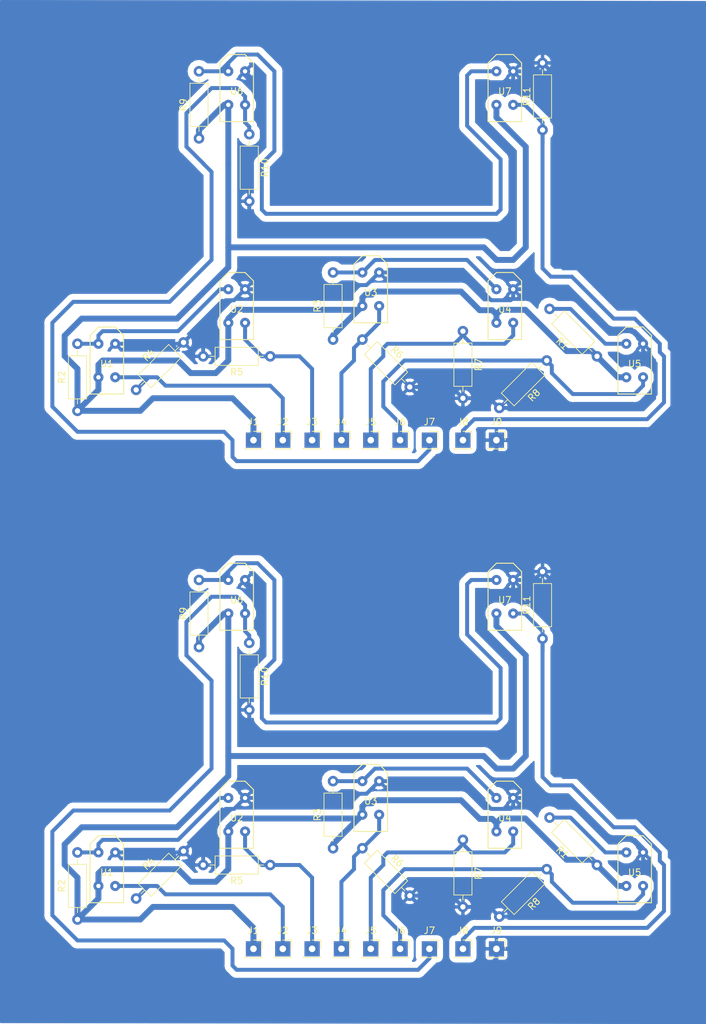
<source format=kicad_pcb>
(kicad_pcb (version 20171130) (host pcbnew "(5.0.2)-1")
  (layers (0 F.Cu signal) (31 B.Cu signal) (34 B.Paste user) (35 F.Paste user) (36 B.SilkS user) (37 F.SilkS user) (38 B.Mask user) (39 F.Mask user) (44 Edge.Cuts user))
  (net 0 "")
  (net 1 VCC)
  (net 2 S1)
  (net 3 S2)
  (net 4 S3)
  (net 5 S4)
  (net 6 S5)
  (net 7 S6)
  (net 8 S7)
  (net 9 GND)
  (net 10 "Net-(R1-Pad2)")
  (net 11 "Net-(R2-Pad2)")
  (net 12 "Net-(R3-Pad2)")
  (net 13 "Net-(R9-Pad2)")
  (module Connector_PinSocket_2.54mm:PinSocket_1x01_P2.54mm_Vertical (layer F.Cu) (at 63.4162 173.7462)
    (fp_text reference J1 (at 0 -2.77) (layer F.SilkS))
    (fp_text value Conn_01x01_Female)
    (pad 1 thru_hole rect (at 0 0) (size 2.3 2.3) (drill 1) (layers *.Cu *.Mask) (net 1 VCC))
  )
  (module cyclophone:TCRT50002 (layer F.Cu) (at 60.8762 153.4262)
    (fp_text reference U2 (at 0 0.5) (layer F.SilkS))
    (fp_text value TCRT5000)
    (pad 4 thru_hole circle (at 1.27 2.54) (size 1.524 1.524) (drill 0.662) (layers *.Cu *.Mask) (net 3 S2))
    (pad 3 thru_hole circle (at -1.27 2.54) (size 1.524 1.524) (drill 0.662) (layers *.Cu *.Mask) (net 1 VCC))
    (pad 2 thru_hole circle (at 1.27 -2.54) (size 1.524 1.524) (drill 0.662) (layers *.Cu *.Mask) (net 9 GND))
    (pad 1 thru_hole circle (at -1.27 -2.54) (size 1.524 1.524) (drill 0.662) (layers *.Cu *.Mask) (net 11 "Net-(R2-Pad2)"))
  )
  (module cyclophone:TCRT50002 (layer F.Cu) (at 81.1962 150.8862)
    (fp_text reference U3 (at 0 0.5) (layer F.SilkS))
    (fp_text value TCRT5000)
    (pad 4 thru_hole circle (at 1.27 2.54) (size 1.524 1.524) (drill 0.662) (layers *.Cu *.Mask) (net 4 S3))
    (pad 3 thru_hole circle (at -1.27 2.54) (size 1.524 1.524) (drill 0.662) (layers *.Cu *.Mask) (net 1 VCC))
    (pad 2 thru_hole circle (at 1.27 -2.54) (size 1.524 1.524) (drill 0.662) (layers *.Cu *.Mask) (net 9 GND))
    (pad 1 thru_hole circle (at -1.27 -2.54) (size 1.524 1.524) (drill 0.662) (layers *.Cu *.Mask) (net 12 "Net-(R3-Pad2)"))
  )
  (module cyclophone:TCRT50002 (layer F.Cu) (at 101.5162 120.4062)
    (fp_text reference U7 (at 0 0.5) (layer F.SilkS))
    (fp_text value TCRT5000)
    (pad 4 thru_hole circle (at 1.27 2.54) (size 1.524 1.524) (drill 0.662) (layers *.Cu *.Mask) (net 8 S7))
    (pad 3 thru_hole circle (at -1.27 2.54) (size 1.524 1.524) (drill 0.662) (layers *.Cu *.Mask) (net 1 VCC))
    (pad 2 thru_hole circle (at 1.27 -2.54) (size 1.524 1.524) (drill 0.662) (layers *.Cu *.Mask) (net 9 GND))
    (pad 1 thru_hole circle (at -1.27 -2.54) (size 1.524 1.524) (drill 0.662) (layers *.Cu *.Mask) (net 13 "Net-(R9-Pad2)"))
  )
  (module cyclophone:TCRT50002 (layer F.Cu) (at 60.8762 120.4062)
    (fp_text reference U6 (at 0 0.5) (layer F.SilkS))
    (fp_text value TCRT5000)
    (pad 1 thru_hole circle (at -1.27 -2.54) (size 1.524 1.524) (drill 0.662) (layers *.Cu *.Mask) (net 13 "Net-(R9-Pad2)"))
    (pad 2 thru_hole circle (at 1.27 -2.54) (size 1.524 1.524) (drill 0.662) (layers *.Cu *.Mask) (net 9 GND))
    (pad 3 thru_hole circle (at -1.27 2.54) (size 1.524 1.524) (drill 0.662) (layers *.Cu *.Mask) (net 1 VCC))
    (pad 4 thru_hole circle (at 1.27 2.54) (size 1.524 1.524) (drill 0.662) (layers *.Cu *.Mask) (net 7 S6))
  )
  (module cyclophone:TCRT50002 (layer F.Cu) (at 121.2012 161.6812)
    (fp_text reference U5 (at 0 0.5) (layer F.SilkS))
    (fp_text value TCRT5000)
    (pad 4 thru_hole circle (at 1.27 2.54) (size 1.524 1.524) (drill 0.662) (layers *.Cu *.Mask) (net 6 S5))
    (pad 3 thru_hole circle (at -1.27 2.54) (size 1.524 1.524) (drill 0.662) (layers *.Cu *.Mask) (net 1 VCC))
    (pad 2 thru_hole circle (at 1.27 -2.54) (size 1.524 1.524) (drill 0.662) (layers *.Cu *.Mask) (net 9 GND))
    (pad 1 thru_hole circle (at -1.27 -2.54) (size 1.524 1.524) (drill 0.662) (layers *.Cu *.Mask) (net 10 "Net-(R1-Pad2)"))
  )
  (module cyclophone:TCRT50002 (layer F.Cu) (at 101.5162 153.4262)
    (fp_text reference U4 (at 0 0.5) (layer F.SilkS))
    (fp_text value TCRT5000)
    (pad 4 thru_hole circle (at 1.27 2.54) (size 1.524 1.524) (drill 0.662) (layers *.Cu *.Mask) (net 5 S4))
    (pad 3 thru_hole circle (at -1.27 2.54) (size 1.524 1.524) (drill 0.662) (layers *.Cu *.Mask) (net 1 VCC))
    (pad 2 thru_hole circle (at 1.27 -2.54) (size 1.524 1.524) (drill 0.662) (layers *.Cu *.Mask) (net 9 GND))
    (pad 1 thru_hole circle (at -1.27 -2.54) (size 1.524 1.524) (drill 0.662) (layers *.Cu *.Mask) (net 12 "Net-(R3-Pad2)"))
  )
  (module cyclophone:TCRT50002 (layer F.Cu) (at 41.1912 161.6812)
    (fp_text reference U1 (at 0 0.5) (layer F.SilkS))
    (fp_text value TCRT5000)
    (pad 4 thru_hole circle (at 1.27 2.54) (size 1.524 1.524) (drill 0.662) (layers *.Cu *.Mask) (net 2 S1))
    (pad 3 thru_hole circle (at -1.27 2.54) (size 1.524 1.524) (drill 0.662) (layers *.Cu *.Mask) (net 1 VCC))
    (pad 2 thru_hole circle (at 1.27 -2.54) (size 1.524 1.524) (drill 0.662) (layers *.Cu *.Mask) (net 9 GND))
    (pad 1 thru_hole circle (at -1.27 -2.54) (size 1.524 1.524) (drill 0.662) (layers *.Cu *.Mask) (net 11 "Net-(R2-Pad2)"))
  )
  (module Resistor_THT:R_Axial_DIN0207_L6.3mm_D2.5mm_P10.16mm_Horizontal (layer F.Cu) (at 107.2312 126.7562 90)
    (fp_text reference R11 (at 5.08 -2.37 90) (layer F.SilkS))
    (fp_text value 10k)
    (pad 2 thru_hole oval (at 10.16 0 90) (size 1.6 1.6) (drill 0.8) (layers *.Cu *.Mask) (net 9 GND))
    (pad 1 thru_hole circle (at 0 0 90) (size 1.6 1.6) (drill 0.8) (layers *.Cu *.Mask) (net 8 S7))
  )
  (module Resistor_THT:R_Axial_DIN0207_L6.3mm_D2.5mm_P10.16mm_Horizontal (layer F.Cu) (at 62.7812 127.3912 270)
    (fp_text reference R10 (at 5.08 -2.37 270) (layer F.SilkS))
    (fp_text value 10k)
    (pad 1 thru_hole circle (at 0 0 270) (size 1.6 1.6) (drill 0.8) (layers *.Cu *.Mask) (net 7 S6))
    (pad 2 thru_hole oval (at 10.16 0 270) (size 1.6 1.6) (drill 0.8) (layers *.Cu *.Mask) (net 9 GND))
  )
  (module Resistor_THT:R_Axial_DIN0207_L6.3mm_D2.5mm_P10.16mm_Horizontal (layer F.Cu) (at 55.1612 128.0262 90)
    (fp_text reference R9 (at 5.08 -2.37 90) (layer F.SilkS))
    (fp_text value 330)
    (pad 1 thru_hole circle (at 0 0 90) (size 1.6 1.6) (drill 0.8) (layers *.Cu *.Mask) (net 1 VCC))
    (pad 2 thru_hole oval (at 10.16 0 90) (size 1.6 1.6) (drill 0.8) (layers *.Cu *.Mask) (net 13 "Net-(R9-Pad2)"))
  )
  (module Resistor_THT:R_Axial_DIN0207_L6.3mm_D2.5mm_P10.16mm_Horizontal (layer F.Cu) (at 107.8662 161.6812 225)
    (fp_text reference R8 (at 5.08 -2.37 225) (layer F.SilkS))
    (fp_text value 10k)
    (pad 2 thru_hole oval (at 10.16 0 225) (size 1.6 1.6) (drill 0.8) (layers *.Cu *.Mask) (net 9 GND))
    (pad 1 thru_hole circle (at 0 0 225) (size 1.6 1.6) (drill 0.8) (layers *.Cu *.Mask) (net 6 S5))
  )
  (module Resistor_THT:R_Axial_DIN0207_L6.3mm_D2.5mm_P10.16mm_Horizontal (layer F.Cu) (at 95.1662 157.2362 270)
    (fp_text reference R7 (at 5.08 -2.37 270) (layer F.SilkS))
    (fp_text value 10k)
    (pad 1 thru_hole circle (at 0 0 270) (size 1.6 1.6) (drill 0.8) (layers *.Cu *.Mask) (net 5 S4))
    (pad 2 thru_hole oval (at 10.16 0 270) (size 1.6 1.6) (drill 0.8) (layers *.Cu *.Mask) (net 9 GND))
  )
  (module Resistor_THT:R_Axial_DIN0207_L6.3mm_D2.5mm_P10.16mm_Horizontal (layer F.Cu) (at 79.9262 158.5062 315)
    (fp_text reference R6 (at 5.08 -2.37 315) (layer F.SilkS))
    (fp_text value 10k)
    (pad 2 thru_hole oval (at 10.16 0 315) (size 1.6 1.6) (drill 0.8) (layers *.Cu *.Mask) (net 9 GND))
    (pad 1 thru_hole circle (at 0 0 315) (size 1.6 1.6) (drill 0.8) (layers *.Cu *.Mask) (net 4 S3))
  )
  (module Resistor_THT:R_Axial_DIN0207_L6.3mm_D2.5mm_P10.16mm_Horizontal (layer F.Cu) (at 65.9562 161.0462 180)
    (fp_text reference R5 (at 5.08 -2.37 180) (layer F.SilkS))
    (fp_text value 10k)
    (pad 2 thru_hole oval (at 10.16 0 180) (size 1.6 1.6) (drill 0.8) (layers *.Cu *.Mask) (net 9 GND))
    (pad 1 thru_hole circle (at 0 0 180) (size 1.6 1.6) (drill 0.8) (layers *.Cu *.Mask) (net 3 S2))
  )
  (module Resistor_THT:R_Axial_DIN0207_L6.3mm_D2.5mm_P10.16mm_Horizontal (layer F.Cu) (at 45.6362 166.1262 45)
    (fp_text reference R4 (at 5.08 -2.37 45) (layer F.SilkS))
    (fp_text value 10k)
    (pad 1 thru_hole circle (at 0 0 45) (size 1.6 1.6) (drill 0.8) (layers *.Cu *.Mask) (net 2 S1))
    (pad 2 thru_hole oval (at 10.16 0 45) (size 1.6 1.6) (drill 0.8) (layers *.Cu *.Mask) (net 9 GND))
  )
  (module Resistor_THT:R_Axial_DIN0207_L6.3mm_D2.5mm_P10.16mm_Horizontal (layer F.Cu) (at 75.4812 158.5062 90)
    (fp_text reference R3 (at 5.08 -2.37 90) (layer F.SilkS))
    (fp_text value 330)
    (pad 2 thru_hole oval (at 10.16 0 90) (size 1.6 1.6) (drill 0.8) (layers *.Cu *.Mask) (net 12 "Net-(R3-Pad2)"))
    (pad 1 thru_hole circle (at 0 0 90) (size 1.6 1.6) (drill 0.8) (layers *.Cu *.Mask) (net 1 VCC))
  )
  (module Resistor_THT:R_Axial_DIN0207_L6.3mm_D2.5mm_P10.16mm_Horizontal (layer F.Cu) (at 36.7462 169.3012 90)
    (fp_text reference R2 (at 5.08 -2.37 90) (layer F.SilkS))
    (fp_text value 330)
    (pad 2 thru_hole oval (at 10.16 0 90) (size 1.6 1.6) (drill 0.8) (layers *.Cu *.Mask) (net 11 "Net-(R2-Pad2)"))
    (pad 1 thru_hole circle (at 0 0 90) (size 1.6 1.6) (drill 0.8) (layers *.Cu *.Mask) (net 1 VCC))
  )
  (module Resistor_THT:R_Axial_DIN0207_L6.3mm_D2.5mm_P10.16mm_Horizontal (layer F.Cu) (at 115.4862 161.0462 135)
    (fp_text reference R1 (at 5.08 -2.37 135) (layer F.SilkS))
    (fp_text value 330)
    (pad 1 thru_hole circle (at 0 0 135) (size 1.6 1.6) (drill 0.8) (layers *.Cu *.Mask) (net 1 VCC))
    (pad 2 thru_hole oval (at 10.16 0 135) (size 1.6 1.6) (drill 0.8) (layers *.Cu *.Mask) (net 10 "Net-(R1-Pad2)"))
  )
  (module Connector_PinSocket_2.54mm:PinSocket_1x01_P2.54mm_Vertical (layer F.Cu) (at 100.2462 173.7462)
    (fp_text reference J9 (at 0 -2.77) (layer F.SilkS))
    (fp_text value Conn_01x01_Female)
    (pad 1 thru_hole rect (at 0 0) (size 2.3 2.3) (drill 1) (layers *.Cu *.Mask) (net 9 GND))
  )
  (module Connector_PinSocket_2.54mm:PinSocket_1x01_P2.54mm_Vertical (layer F.Cu) (at 95.1662 173.7462)
    (fp_text reference J8 (at 0 -2.77) (layer F.SilkS))
    (fp_text value Conn_01x01_Female)
    (pad 1 thru_hole rect (at 0 0) (size 2.3 2.3) (drill 1) (layers *.Cu *.Mask) (net 8 S7))
  )
  (module Connector_PinSocket_2.54mm:PinSocket_1x01_P2.54mm_Vertical (layer F.Cu) (at 90.0862 173.7462)
    (fp_text reference J7 (at 0 -2.77) (layer F.SilkS))
    (fp_text value Conn_01x01_Female)
    (pad 1 thru_hole rect (at 0 0) (size 2.3 2.3) (drill 1) (layers *.Cu *.Mask) (net 7 S6))
  )
  (module Connector_PinSocket_2.54mm:PinSocket_1x01_P2.54mm_Vertical (layer F.Cu) (at 85.6412 173.7462)
    (fp_text reference J6 (at 0 -2.77) (layer F.SilkS))
    (fp_text value Conn_01x01_Female)
    (pad 1 thru_hole rect (at 0 0) (size 2.3 2.3) (drill 1) (layers *.Cu *.Mask) (net 6 S5))
  )
  (module Connector_PinSocket_2.54mm:PinSocket_1x01_P2.54mm_Vertical (layer F.Cu) (at 81.1962 173.7462)
    (fp_text reference J5 (at 0 -2.77) (layer F.SilkS))
    (fp_text value Conn_01x01_Female)
    (pad 1 thru_hole rect (at 0 0) (size 2.3 2.3) (drill 1) (layers *.Cu *.Mask) (net 5 S4))
  )
  (module Connector_PinSocket_2.54mm:PinSocket_1x01_P2.54mm_Vertical (layer F.Cu) (at 76.7512 173.7462)
    (fp_text reference J4 (at 0 -2.77) (layer F.SilkS))
    (fp_text value Conn_01x01_Female)
    (pad 1 thru_hole rect (at 0 0) (size 2.3 2.3) (drill 1) (layers *.Cu *.Mask) (net 4 S3))
  )
  (module Connector_PinSocket_2.54mm:PinSocket_1x01_P2.54mm_Vertical (layer F.Cu) (at 72.3062 173.7462)
    (fp_text reference J3 (at 0 -2.77) (layer F.SilkS))
    (fp_text value Conn_01x01_Female)
    (pad 1 thru_hole rect (at 0 0) (size 2.3 2.3) (drill 1) (layers *.Cu *.Mask) (net 3 S2))
  )
  (module Connector_PinSocket_2.54mm:PinSocket_1x01_P2.54mm_Vertical (layer F.Cu) (at 67.8612 173.7462)
    (fp_text reference J2 (at 0 -2.77) (layer F.SilkS))
    (fp_text value Conn_01x01_Female)
    (pad 1 thru_hole rect (at 0 0) (size 2.3 2.3) (drill 1) (layers *.Cu *.Mask) (net 2 S1))
  )
  (module cyclophone:TCRT50002 (layer F.Cu) (at 81.1962 73.8226)
    (fp_text reference U3 (at 0 0.5) (layer F.SilkS))
    (fp_text value TCRT5000)
    (pad 1 thru_hole circle (at -1.27 -2.54) (size 1.524 1.524) (drill 0.662) (layers *.Cu *.Mask) (net 12 "Net-(R3-Pad2)"))
    (pad 2 thru_hole circle (at 1.27 -2.54) (size 1.524 1.524) (drill 0.662) (layers *.Cu *.Mask) (net 9 GND))
    (pad 3 thru_hole circle (at -1.27 2.54) (size 1.524 1.524) (drill 0.662) (layers *.Cu *.Mask) (net 1 VCC))
    (pad 4 thru_hole circle (at 1.27 2.54) (size 1.524 1.524) (drill 0.662) (layers *.Cu *.Mask) (net 4 S3))
  )
  (module cyclophone:TCRT50002 (layer F.Cu) (at 60.8762 76.3626)
    (fp_text reference U2 (at 0 0.5) (layer F.SilkS))
    (fp_text value TCRT5000)
    (pad 1 thru_hole circle (at -1.27 -2.54) (size 1.524 1.524) (drill 0.662) (layers *.Cu *.Mask) (net 11 "Net-(R2-Pad2)"))
    (pad 2 thru_hole circle (at 1.27 -2.54) (size 1.524 1.524) (drill 0.662) (layers *.Cu *.Mask) (net 9 GND))
    (pad 3 thru_hole circle (at -1.27 2.54) (size 1.524 1.524) (drill 0.662) (layers *.Cu *.Mask) (net 1 VCC))
    (pad 4 thru_hole circle (at 1.27 2.54) (size 1.524 1.524) (drill 0.662) (layers *.Cu *.Mask) (net 3 S2))
  )
  (module Connector_PinSocket_2.54mm:PinSocket_1x01_P2.54mm_Vertical (layer F.Cu) (at 63.4162 96.6826)
    (fp_text reference J1 (at 0 -2.77) (layer F.SilkS))
    (fp_text value Conn_01x01_Female)
    (pad 1 thru_hole rect (at 0 0) (size 2.3 2.3) (drill 1) (layers *.Cu *.Mask) (net 1 VCC))
  )
  (module Connector_PinSocket_2.54mm:PinSocket_1x01_P2.54mm_Vertical (layer F.Cu) (at 67.8612 96.6826)
    (fp_text reference J2 (at 0 -2.77) (layer F.SilkS))
    (fp_text value Conn_01x01_Female)
    (pad 1 thru_hole rect (at 0 0) (size 2.3 2.3) (drill 1) (layers *.Cu *.Mask) (net 2 S1))
  )
  (module Connector_PinSocket_2.54mm:PinSocket_1x01_P2.54mm_Vertical (layer F.Cu) (at 72.3062 96.6826)
    (fp_text reference J3 (at 0 -2.77) (layer F.SilkS))
    (fp_text value Conn_01x01_Female)
    (pad 1 thru_hole rect (at 0 0) (size 2.3 2.3) (drill 1) (layers *.Cu *.Mask) (net 3 S2))
  )
  (module Connector_PinSocket_2.54mm:PinSocket_1x01_P2.54mm_Vertical (layer F.Cu) (at 76.7512 96.6826)
    (fp_text reference J4 (at 0 -2.77) (layer F.SilkS))
    (fp_text value Conn_01x01_Female)
    (pad 1 thru_hole rect (at 0 0) (size 2.3 2.3) (drill 1) (layers *.Cu *.Mask) (net 4 S3))
  )
  (module Connector_PinSocket_2.54mm:PinSocket_1x01_P2.54mm_Vertical (layer F.Cu) (at 81.1962 96.6826)
    (fp_text reference J5 (at 0 -2.77) (layer F.SilkS))
    (fp_text value Conn_01x01_Female)
    (pad 1 thru_hole rect (at 0 0) (size 2.3 2.3) (drill 1) (layers *.Cu *.Mask) (net 5 S4))
  )
  (module Connector_PinSocket_2.54mm:PinSocket_1x01_P2.54mm_Vertical (layer F.Cu) (at 85.6412 96.6826)
    (fp_text reference J6 (at 0 -2.77) (layer F.SilkS))
    (fp_text value Conn_01x01_Female)
    (pad 1 thru_hole rect (at 0 0) (size 2.3 2.3) (drill 1) (layers *.Cu *.Mask) (net 6 S5))
  )
  (module Connector_PinSocket_2.54mm:PinSocket_1x01_P2.54mm_Vertical (layer F.Cu) (at 90.0862 96.6826)
    (fp_text reference J7 (at 0 -2.77) (layer F.SilkS))
    (fp_text value Conn_01x01_Female)
    (pad 1 thru_hole rect (at 0 0) (size 2.3 2.3) (drill 1) (layers *.Cu *.Mask) (net 7 S6))
  )
  (module Connector_PinSocket_2.54mm:PinSocket_1x01_P2.54mm_Vertical (layer F.Cu) (at 95.1662 96.6826)
    (fp_text reference J8 (at 0 -2.77) (layer F.SilkS))
    (fp_text value Conn_01x01_Female)
    (pad 1 thru_hole rect (at 0 0) (size 2.3 2.3) (drill 1) (layers *.Cu *.Mask) (net 8 S7))
  )
  (module Connector_PinSocket_2.54mm:PinSocket_1x01_P2.54mm_Vertical (layer F.Cu) (at 100.2462 96.6826)
    (fp_text reference J9 (at 0 -2.77) (layer F.SilkS))
    (fp_text value Conn_01x01_Female)
    (pad 1 thru_hole rect (at 0 0) (size 2.3 2.3) (drill 1) (layers *.Cu *.Mask) (net 9 GND))
  )
  (module Resistor_THT:R_Axial_DIN0207_L6.3mm_D2.5mm_P10.16mm_Horizontal (layer F.Cu) (at 115.4862 83.9826 135)
    (fp_text reference R1 (at 5.08 -2.37 135) (layer F.SilkS))
    (fp_text value 330)
    (pad 2 thru_hole oval (at 10.16 0 135) (size 1.6 1.6) (drill 0.8) (layers *.Cu *.Mask) (net 10 "Net-(R1-Pad2)"))
    (pad 1 thru_hole circle (at 0 0 135) (size 1.6 1.6) (drill 0.8) (layers *.Cu *.Mask) (net 1 VCC))
  )
  (module Resistor_THT:R_Axial_DIN0207_L6.3mm_D2.5mm_P10.16mm_Horizontal (layer F.Cu) (at 36.7462 92.2376 90)
    (fp_text reference R2 (at 5.08 -2.37 90) (layer F.SilkS))
    (fp_text value 330)
    (pad 1 thru_hole circle (at 0 0 90) (size 1.6 1.6) (drill 0.8) (layers *.Cu *.Mask) (net 1 VCC))
    (pad 2 thru_hole oval (at 10.16 0 90) (size 1.6 1.6) (drill 0.8) (layers *.Cu *.Mask) (net 11 "Net-(R2-Pad2)"))
  )
  (module Resistor_THT:R_Axial_DIN0207_L6.3mm_D2.5mm_P10.16mm_Horizontal (layer F.Cu) (at 75.4812 81.4426 90)
    (fp_text reference R3 (at 5.08 -2.37 90) (layer F.SilkS))
    (fp_text value 330)
    (pad 1 thru_hole circle (at 0 0 90) (size 1.6 1.6) (drill 0.8) (layers *.Cu *.Mask) (net 1 VCC))
    (pad 2 thru_hole oval (at 10.16 0 90) (size 1.6 1.6) (drill 0.8) (layers *.Cu *.Mask) (net 12 "Net-(R3-Pad2)"))
  )
  (module Resistor_THT:R_Axial_DIN0207_L6.3mm_D2.5mm_P10.16mm_Horizontal (layer F.Cu) (at 45.6362 89.0626 45)
    (fp_text reference R4 (at 5.08 -2.37 45) (layer F.SilkS))
    (fp_text value 10k)
    (pad 2 thru_hole oval (at 10.16 0 45) (size 1.6 1.6) (drill 0.8) (layers *.Cu *.Mask) (net 9 GND))
    (pad 1 thru_hole circle (at 0 0 45) (size 1.6 1.6) (drill 0.8) (layers *.Cu *.Mask) (net 2 S1))
  )
  (module Resistor_THT:R_Axial_DIN0207_L6.3mm_D2.5mm_P10.16mm_Horizontal (layer F.Cu) (at 65.9562 83.9826 180)
    (fp_text reference R5 (at 5.08 -2.37 180) (layer F.SilkS))
    (fp_text value 10k)
    (pad 1 thru_hole circle (at 0 0 180) (size 1.6 1.6) (drill 0.8) (layers *.Cu *.Mask) (net 3 S2))
    (pad 2 thru_hole oval (at 10.16 0 180) (size 1.6 1.6) (drill 0.8) (layers *.Cu *.Mask) (net 9 GND))
  )
  (module Resistor_THT:R_Axial_DIN0207_L6.3mm_D2.5mm_P10.16mm_Horizontal (layer F.Cu) (at 79.9262 81.4426 315)
    (fp_text reference R6 (at 5.08 -2.37 315) (layer F.SilkS))
    (fp_text value 10k)
    (pad 1 thru_hole circle (at 0 0 315) (size 1.6 1.6) (drill 0.8) (layers *.Cu *.Mask) (net 4 S3))
    (pad 2 thru_hole oval (at 10.16 0 315) (size 1.6 1.6) (drill 0.8) (layers *.Cu *.Mask) (net 9 GND))
  )
  (module Resistor_THT:R_Axial_DIN0207_L6.3mm_D2.5mm_P10.16mm_Horizontal (layer F.Cu) (at 95.1662 80.1726 270)
    (fp_text reference R7 (at 5.08 -2.37 270) (layer F.SilkS))
    (fp_text value 10k)
    (pad 2 thru_hole oval (at 10.16 0 270) (size 1.6 1.6) (drill 0.8) (layers *.Cu *.Mask) (net 9 GND))
    (pad 1 thru_hole circle (at 0 0 270) (size 1.6 1.6) (drill 0.8) (layers *.Cu *.Mask) (net 5 S4))
  )
  (module Resistor_THT:R_Axial_DIN0207_L6.3mm_D2.5mm_P10.16mm_Horizontal (layer F.Cu) (at 107.8662 84.6176 225)
    (fp_text reference R8 (at 5.08 -2.37 225) (layer F.SilkS))
    (fp_text value 10k)
    (pad 1 thru_hole circle (at 0 0 225) (size 1.6 1.6) (drill 0.8) (layers *.Cu *.Mask) (net 6 S5))
    (pad 2 thru_hole oval (at 10.16 0 225) (size 1.6 1.6) (drill 0.8) (layers *.Cu *.Mask) (net 9 GND))
  )
  (module Resistor_THT:R_Axial_DIN0207_L6.3mm_D2.5mm_P10.16mm_Horizontal (layer F.Cu) (at 55.1612 50.9626 90)
    (fp_text reference R9 (at 5.08 -2.37 90) (layer F.SilkS))
    (fp_text value 330)
    (pad 2 thru_hole oval (at 10.16 0 90) (size 1.6 1.6) (drill 0.8) (layers *.Cu *.Mask) (net 13 "Net-(R9-Pad2)"))
    (pad 1 thru_hole circle (at 0 0 90) (size 1.6 1.6) (drill 0.8) (layers *.Cu *.Mask) (net 1 VCC))
  )
  (module Resistor_THT:R_Axial_DIN0207_L6.3mm_D2.5mm_P10.16mm_Horizontal (layer F.Cu) (at 62.7812 50.3276 270)
    (fp_text reference R10 (at 5.08 -2.37 270) (layer F.SilkS))
    (fp_text value 10k)
    (pad 2 thru_hole oval (at 10.16 0 270) (size 1.6 1.6) (drill 0.8) (layers *.Cu *.Mask) (net 9 GND))
    (pad 1 thru_hole circle (at 0 0 270) (size 1.6 1.6) (drill 0.8) (layers *.Cu *.Mask) (net 7 S6))
  )
  (module Resistor_THT:R_Axial_DIN0207_L6.3mm_D2.5mm_P10.16mm_Horizontal (layer F.Cu) (at 107.2312 49.6926 90)
    (fp_text reference R11 (at 5.08 -2.37 90) (layer F.SilkS))
    (fp_text value 10k)
    (pad 1 thru_hole circle (at 0 0 90) (size 1.6 1.6) (drill 0.8) (layers *.Cu *.Mask) (net 8 S7))
    (pad 2 thru_hole oval (at 10.16 0 90) (size 1.6 1.6) (drill 0.8) (layers *.Cu *.Mask) (net 9 GND))
  )
  (module cyclophone:TCRT50002 (layer F.Cu) (at 41.1912 84.6176)
    (fp_text reference U1 (at 0 0.5) (layer F.SilkS))
    (fp_text value TCRT5000)
    (pad 1 thru_hole circle (at -1.27 -2.54) (size 1.524 1.524) (drill 0.662) (layers *.Cu *.Mask) (net 11 "Net-(R2-Pad2)"))
    (pad 2 thru_hole circle (at 1.27 -2.54) (size 1.524 1.524) (drill 0.662) (layers *.Cu *.Mask) (net 9 GND))
    (pad 3 thru_hole circle (at -1.27 2.54) (size 1.524 1.524) (drill 0.662) (layers *.Cu *.Mask) (net 1 VCC))
    (pad 4 thru_hole circle (at 1.27 2.54) (size 1.524 1.524) (drill 0.662) (layers *.Cu *.Mask) (net 2 S1))
  )
  (module cyclophone:TCRT50002 (layer F.Cu) (at 101.5162 76.3626)
    (fp_text reference U4 (at 0 0.5) (layer F.SilkS))
    (fp_text value TCRT5000)
    (pad 1 thru_hole circle (at -1.27 -2.54) (size 1.524 1.524) (drill 0.662) (layers *.Cu *.Mask) (net 12 "Net-(R3-Pad2)"))
    (pad 2 thru_hole circle (at 1.27 -2.54) (size 1.524 1.524) (drill 0.662) (layers *.Cu *.Mask) (net 9 GND))
    (pad 3 thru_hole circle (at -1.27 2.54) (size 1.524 1.524) (drill 0.662) (layers *.Cu *.Mask) (net 1 VCC))
    (pad 4 thru_hole circle (at 1.27 2.54) (size 1.524 1.524) (drill 0.662) (layers *.Cu *.Mask) (net 5 S4))
  )
  (module cyclophone:TCRT50002 (layer F.Cu) (at 121.2012 84.6176)
    (fp_text reference U5 (at 0 0.5) (layer F.SilkS))
    (fp_text value TCRT5000)
    (pad 1 thru_hole circle (at -1.27 -2.54) (size 1.524 1.524) (drill 0.662) (layers *.Cu *.Mask) (net 10 "Net-(R1-Pad2)"))
    (pad 2 thru_hole circle (at 1.27 -2.54) (size 1.524 1.524) (drill 0.662) (layers *.Cu *.Mask) (net 9 GND))
    (pad 3 thru_hole circle (at -1.27 2.54) (size 1.524 1.524) (drill 0.662) (layers *.Cu *.Mask) (net 1 VCC))
    (pad 4 thru_hole circle (at 1.27 2.54) (size 1.524 1.524) (drill 0.662) (layers *.Cu *.Mask) (net 6 S5))
  )
  (module cyclophone:TCRT50002 (layer F.Cu) (at 60.8762 43.3426)
    (fp_text reference U6 (at 0 0.5) (layer F.SilkS))
    (fp_text value TCRT5000)
    (pad 4 thru_hole circle (at 1.27 2.54) (size 1.524 1.524) (drill 0.662) (layers *.Cu *.Mask) (net 7 S6))
    (pad 3 thru_hole circle (at -1.27 2.54) (size 1.524 1.524) (drill 0.662) (layers *.Cu *.Mask) (net 1 VCC))
    (pad 2 thru_hole circle (at 1.27 -2.54) (size 1.524 1.524) (drill 0.662) (layers *.Cu *.Mask) (net 9 GND))
    (pad 1 thru_hole circle (at -1.27 -2.54) (size 1.524 1.524) (drill 0.662) (layers *.Cu *.Mask) (net 13 "Net-(R9-Pad2)"))
  )
  (module cyclophone:TCRT50002 (layer F.Cu) (at 101.5162 43.3426)
    (fp_text reference U7 (at 0 0.5) (layer F.SilkS))
    (fp_text value TCRT5000)
    (pad 1 thru_hole circle (at -1.27 -2.54) (size 1.524 1.524) (drill 0.662) (layers *.Cu *.Mask) (net 13 "Net-(R9-Pad2)"))
    (pad 2 thru_hole circle (at 1.27 -2.54) (size 1.524 1.524) (drill 0.662) (layers *.Cu *.Mask) (net 9 GND))
    (pad 3 thru_hole circle (at -1.27 2.54) (size 1.524 1.524) (drill 0.662) (layers *.Cu *.Mask) (net 1 VCC))
    (pad 4 thru_hole circle (at 1.27 2.54) (size 1.524 1.524) (drill 0.662) (layers *.Cu *.Mask) (net 8 S7))
  )
  (segment (start 100.2462 78.9026) (end 100.2462 77.6326) (width 0.9) (layer B.Cu) (net 1))
  (segment (start 39.9212 89.0626) (end 36.7462 92.2376) (width 0.9) (layer B.Cu) (net 1))
  (segment (start 39.9212 87.1576) (end 39.9212 89.0626) (width 0.9) (layer B.Cu) (net 1))
  (segment (start 59.6062 45.8826) (end 59.6062 54.7726) (width 0.9) (layer B.Cu) (net 1))
  (segment (start 79.9262 75.0926) (end 79.9262 76.3626) (width 0.9) (layer B.Cu) (net 1))
  (segment (start 80.38119 74.63761) (end 79.9262 75.0926) (width 0.9) (layer B.Cu) (net 1))
  (segment (start 100.2462 77.6326) (end 99.6112 76.9976) (width 0.9) (layer B.Cu) (net 1))
  (segment (start 99.6112 76.9976) (end 97.7062 76.9976) (width 0.9) (layer B.Cu) (net 1))
  (segment (start 97.7062 76.9976) (end 94.876438 74.167838) (width 0.9) (layer B.Cu) (net 1))
  (segment (start 94.876438 74.167838) (end 81.8312 74.167838) (width 0.9) (layer B.Cu) (net 1))
  (segment (start 81.8312 74.167838) (end 81.361428 74.63761) (width 0.9) (layer B.Cu) (net 1))
  (segment (start 81.361428 74.63761) (end 80.38119 74.63761) (width 0.9) (layer B.Cu) (net 1))
  (segment (start 36.7462 92.2376) (end 36.7462 87.1576) (width 0.9) (layer B.Cu) (net 1))
  (segment (start 39.9212 85.2526) (end 40.5562 84.6176) (width 0.9) (layer B.Cu) (net 1))
  (segment (start 39.9212 87.1576) (end 39.9212 85.2526) (width 0.9) (layer B.Cu) (net 1))
  (segment (start 40.5562 84.6176) (end 51.9862 84.6176) (width 0.9) (layer B.Cu) (net 1))
  (segment (start 51.9862 84.6176) (end 53.8912 86.5226) (width 0.9) (layer B.Cu) (net 1))
  (segment (start 59.6062 84.6176) (end 59.6062 78.9026) (width 0.9) (layer B.Cu) (net 1))
  (segment (start 53.8912 86.5226) (end 57.7012 86.5226) (width 0.9) (layer B.Cu) (net 1))
  (segment (start 57.7012 86.5226) (end 59.6062 84.6176) (width 0.9) (layer B.Cu) (net 1))
  (segment (start 59.6062 66.2026) (end 59.6062 54.7726) (width 0.9) (layer B.Cu) (net 1))
  (segment (start 36.7462 85.8876) (end 34.796199 83.937599) (width 0.9) (layer B.Cu) (net 1))
  (segment (start 36.7462 87.1576) (end 36.7462 85.8876) (width 0.9) (layer B.Cu) (net 1))
  (segment (start 34.796199 83.937599) (end 34.796199 80.852601) (width 0.9) (layer B.Cu) (net 1))
  (segment (start 34.796199 80.852601) (end 37.3812 78.2676) (width 0.9) (layer B.Cu) (net 1))
  (segment (start 37.3812 78.2676) (end 51.840578 78.2676) (width 0.9) (layer B.Cu) (net 1))
  (segment (start 51.840578 78.2676) (end 59.6062 70.501978) (width 0.9) (layer B.Cu) (net 1))
  (segment (start 59.6062 67.4726) (end 59.6062 66.2026) (width 0.9) (layer B.Cu) (net 1))
  (segment (start 59.6062 70.501978) (end 59.6062 67.4726) (width 0.9) (layer B.Cu) (net 1))
  (segment (start 58.9712 45.8826) (end 59.6062 45.8826) (width 0.9) (layer B.Cu) (net 1))
  (segment (start 55.1612 50.9626) (end 55.1612 49.6926) (width 0.9) (layer B.Cu) (net 1))
  (segment (start 55.1612 49.6926) (end 58.9712 45.8826) (width 0.9) (layer B.Cu) (net 1))
  (segment (start 60.2412 90.3326) (end 63.4162 93.5076) (width 0.9) (layer B.Cu) (net 1))
  (segment (start 48.1762 90.3326) (end 60.2412 90.3326) (width 0.9) (layer B.Cu) (net 1))
  (segment (start 36.7462 92.2376) (end 46.2712 92.2376) (width 0.9) (layer B.Cu) (net 1))
  (segment (start 46.2712 92.2376) (end 48.1762 90.3326) (width 0.9) (layer B.Cu) (net 1))
  (segment (start 63.4162 96.6826) (end 63.4162 93.5076) (width 0.9) (layer B.Cu) (net 1))
  (segment (start 118.0262 86.5226) (end 115.4862 83.9826) (width 0.9) (layer B.Cu) (net 1))
  (segment (start 118.6612 87.1576) (end 118.0262 86.5226) (width 0.9) (layer B.Cu) (net 1))
  (segment (start 119.9312 87.1576) (end 118.6612 87.1576) (width 0.9) (layer B.Cu) (net 1))
  (segment (start 100.944189 76.934611) (end 100.2462 77.6326) (width 0.9) (layer B.Cu) (net 1))
  (segment (start 104.628211 76.934611) (end 100.944189 76.934611) (width 0.9) (layer B.Cu) (net 1))
  (segment (start 110.876201 83.182601) (end 104.628211 76.934611) (width 0.9) (layer B.Cu) (net 1))
  (segment (start 115.4862 83.9826) (end 114.686201 83.182601) (width 0.9) (layer B.Cu) (net 1))
  (segment (start 114.686201 83.182601) (end 110.876201 83.182601) (width 0.9) (layer B.Cu) (net 1))
  (segment (start 79.354189 76.934611) (end 79.9262 76.3626) (width 0.9) (layer B.Cu) (net 1))
  (segment (start 60.939189 76.934611) (end 79.354189 76.934611) (width 0.9) (layer B.Cu) (net 1))
  (segment (start 59.6062 78.9026) (end 59.6062 78.2676) (width 0.9) (layer B.Cu) (net 1))
  (segment (start 59.6062 78.2676) (end 60.939189 76.934611) (width 0.9) (layer B.Cu) (net 1))
  (segment (start 75.4812 80.8076) (end 79.9262 76.3626) (width 0.9) (layer B.Cu) (net 1))
  (segment (start 75.4812 81.4426) (end 75.4812 80.8076) (width 0.9) (layer B.Cu) (net 1))
  (segment (start 98.3412 67.4726) (end 59.6062 67.4726) (width 0.9) (layer B.Cu) (net 1))
  (segment (start 100.2462 47.7876) (end 104.6912 52.2326) (width 0.9) (layer B.Cu) (net 1))
  (segment (start 100.2462 45.8826) (end 100.2462 47.7876) (width 0.9) (layer B.Cu) (net 1))
  (segment (start 104.6912 52.2326) (end 104.6912 67.4726) (width 0.9) (layer B.Cu) (net 1))
  (segment (start 104.6912 67.4726) (end 102.7862 69.3776) (width 0.9) (layer B.Cu) (net 1))
  (segment (start 102.7862 69.3776) (end 100.2462 69.3776) (width 0.9) (layer B.Cu) (net 1))
  (segment (start 100.2462 69.3776) (end 98.3412 67.4726) (width 0.9) (layer B.Cu) (net 1))
  (segment (start 100.2462 155.9662) (end 100.2462 154.6962) (width 0.9) (layer B.Cu) (net 1))
  (segment (start 39.9212 166.1262) (end 36.7462 169.3012) (width 0.9) (layer B.Cu) (net 1))
  (segment (start 39.9212 164.2212) (end 39.9212 166.1262) (width 0.9) (layer B.Cu) (net 1))
  (segment (start 59.6062 122.9462) (end 59.6062 131.8362) (width 0.9) (layer B.Cu) (net 1))
  (segment (start 79.9262 152.1562) (end 79.9262 153.4262) (width 0.9) (layer B.Cu) (net 1))
  (segment (start 80.38119 151.70121) (end 79.9262 152.1562) (width 0.9) (layer B.Cu) (net 1))
  (segment (start 100.2462 154.6962) (end 99.6112 154.0612) (width 0.9) (layer B.Cu) (net 1))
  (segment (start 99.6112 154.0612) (end 97.7062 154.0612) (width 0.9) (layer B.Cu) (net 1))
  (segment (start 97.7062 154.0612) (end 94.876438 151.231438) (width 0.9) (layer B.Cu) (net 1))
  (segment (start 94.876438 151.231438) (end 81.8312 151.231438) (width 0.9) (layer B.Cu) (net 1))
  (segment (start 81.8312 151.231438) (end 81.361428 151.70121) (width 0.9) (layer B.Cu) (net 1))
  (segment (start 81.361428 151.70121) (end 80.38119 151.70121) (width 0.9) (layer B.Cu) (net 1))
  (segment (start 36.7462 169.3012) (end 36.7462 164.2212) (width 0.9) (layer B.Cu) (net 1))
  (segment (start 39.9212 162.3162) (end 40.5562 161.6812) (width 0.9) (layer B.Cu) (net 1))
  (segment (start 39.9212 164.2212) (end 39.9212 162.3162) (width 0.9) (layer B.Cu) (net 1))
  (segment (start 40.5562 161.6812) (end 51.9862 161.6812) (width 0.9) (layer B.Cu) (net 1))
  (segment (start 51.9862 161.6812) (end 53.8912 163.5862) (width 0.9) (layer B.Cu) (net 1))
  (segment (start 59.6062 161.6812) (end 59.6062 155.9662) (width 0.9) (layer B.Cu) (net 1))
  (segment (start 53.8912 163.5862) (end 57.7012 163.5862) (width 0.9) (layer B.Cu) (net 1))
  (segment (start 57.7012 163.5862) (end 59.6062 161.6812) (width 0.9) (layer B.Cu) (net 1))
  (segment (start 59.6062 143.2662) (end 59.6062 131.8362) (width 0.9) (layer B.Cu) (net 1))
  (segment (start 36.7462 162.9512) (end 34.796199 161.001199) (width 0.9) (layer B.Cu) (net 1))
  (segment (start 36.7462 164.2212) (end 36.7462 162.9512) (width 0.9) (layer B.Cu) (net 1))
  (segment (start 34.796199 161.001199) (end 34.796199 157.916201) (width 0.9) (layer B.Cu) (net 1))
  (segment (start 34.796199 157.916201) (end 37.3812 155.3312) (width 0.9) (layer B.Cu) (net 1))
  (segment (start 37.3812 155.3312) (end 51.840578 155.3312) (width 0.9) (layer B.Cu) (net 1))
  (segment (start 51.840578 155.3312) (end 59.6062 147.565578) (width 0.9) (layer B.Cu) (net 1))
  (segment (start 59.6062 144.5362) (end 59.6062 143.2662) (width 0.9) (layer B.Cu) (net 1))
  (segment (start 59.6062 147.565578) (end 59.6062 144.5362) (width 0.9) (layer B.Cu) (net 1))
  (segment (start 58.9712 122.9462) (end 59.6062 122.9462) (width 0.9) (layer B.Cu) (net 1))
  (segment (start 55.1612 128.0262) (end 55.1612 126.7562) (width 0.9) (layer B.Cu) (net 1))
  (segment (start 55.1612 126.7562) (end 58.9712 122.9462) (width 0.9) (layer B.Cu) (net 1))
  (segment (start 60.2412 167.3962) (end 63.4162 170.5712) (width 0.9) (layer B.Cu) (net 1))
  (segment (start 48.1762 167.3962) (end 60.2412 167.3962) (width 0.9) (layer B.Cu) (net 1))
  (segment (start 36.7462 169.3012) (end 46.2712 169.3012) (width 0.9) (layer B.Cu) (net 1))
  (segment (start 46.2712 169.3012) (end 48.1762 167.3962) (width 0.9) (layer B.Cu) (net 1))
  (segment (start 63.4162 173.7462) (end 63.4162 170.5712) (width 0.9) (layer B.Cu) (net 1))
  (segment (start 118.0262 163.5862) (end 115.4862 161.0462) (width 0.9) (layer B.Cu) (net 1))
  (segment (start 118.6612 164.2212) (end 118.0262 163.5862) (width 0.9) (layer B.Cu) (net 1))
  (segment (start 119.9312 164.2212) (end 118.6612 164.2212) (width 0.9) (layer B.Cu) (net 1))
  (segment (start 100.944189 153.998211) (end 100.2462 154.6962) (width 0.9) (layer B.Cu) (net 1))
  (segment (start 104.628211 153.998211) (end 100.944189 153.998211) (width 0.9) (layer B.Cu) (net 1))
  (segment (start 110.876201 160.246201) (end 104.628211 153.998211) (width 0.9) (layer B.Cu) (net 1))
  (segment (start 115.4862 161.0462) (end 114.686201 160.246201) (width 0.9) (layer B.Cu) (net 1))
  (segment (start 114.686201 160.246201) (end 110.876201 160.246201) (width 0.9) (layer B.Cu) (net 1))
  (segment (start 79.354189 153.998211) (end 79.9262 153.4262) (width 0.9) (layer B.Cu) (net 1))
  (segment (start 60.939189 153.998211) (end 79.354189 153.998211) (width 0.9) (layer B.Cu) (net 1))
  (segment (start 59.6062 155.9662) (end 59.6062 155.3312) (width 0.9) (layer B.Cu) (net 1))
  (segment (start 59.6062 155.3312) (end 60.939189 153.998211) (width 0.9) (layer B.Cu) (net 1))
  (segment (start 75.4812 157.8712) (end 79.9262 153.4262) (width 0.9) (layer B.Cu) (net 1))
  (segment (start 75.4812 158.5062) (end 75.4812 157.8712) (width 0.9) (layer B.Cu) (net 1))
  (segment (start 98.3412 144.5362) (end 59.6062 144.5362) (width 0.9) (layer B.Cu) (net 1))
  (segment (start 100.2462 124.8512) (end 104.6912 129.2962) (width 0.9) (layer B.Cu) (net 1))
  (segment (start 100.2462 122.9462) (end 100.2462 124.8512) (width 0.9) (layer B.Cu) (net 1))
  (segment (start 104.6912 129.2962) (end 104.6912 144.5362) (width 0.9) (layer B.Cu) (net 1))
  (segment (start 104.6912 144.5362) (end 102.7862 146.4412) (width 0.9) (layer B.Cu) (net 1))
  (segment (start 102.7862 146.4412) (end 100.2462 146.4412) (width 0.9) (layer B.Cu) (net 1))
  (segment (start 100.2462 146.4412) (end 98.3412 144.5362) (width 0.9) (layer B.Cu) (net 1))
  (segment (start 45.6362 87.1576) (end 46.9062 87.1576) (width 0.6) (layer B.Cu) (net 2))
  (segment (start 46.436199 88.262601) (end 47.5412 87.1576) (width 0.6) (layer B.Cu) (net 2))
  (segment (start 45.6362 89.0626) (end 46.436199 88.262601) (width 0.6) (layer B.Cu) (net 2))
  (segment (start 46.9062 87.1576) (end 47.5412 87.1576) (width 0.6) (layer B.Cu) (net 2))
  (segment (start 42.4612 87.1576) (end 43.7312 87.1576) (width 0.6) (layer B.Cu) (net 2))
  (segment (start 43.7312 87.1576) (end 45.6362 87.1576) (width 0.6) (layer B.Cu) (net 2))
  (segment (start 47.5412 87.1576) (end 48.8112 87.1576) (width 0.6) (layer B.Cu) (net 2))
  (segment (start 65.9562 88.4276) (end 67.8612 90.3326) (width 0.6) (layer B.Cu) (net 2))
  (segment (start 50.0812 88.4276) (end 65.9562 88.4276) (width 0.6) (layer B.Cu) (net 2))
  (segment (start 48.8112 87.1576) (end 50.0812 88.4276) (width 0.6) (layer B.Cu) (net 2))
  (segment (start 67.8612 96.6826) (end 67.8612 90.3326) (width 0.6) (layer B.Cu) (net 2))
  (segment (start 45.6362 164.2212) (end 46.9062 164.2212) (width 0.6) (layer B.Cu) (net 2))
  (segment (start 46.436199 165.326201) (end 47.5412 164.2212) (width 0.6) (layer B.Cu) (net 2))
  (segment (start 45.6362 166.1262) (end 46.436199 165.326201) (width 0.6) (layer B.Cu) (net 2))
  (segment (start 46.9062 164.2212) (end 47.5412 164.2212) (width 0.6) (layer B.Cu) (net 2))
  (segment (start 42.4612 164.2212) (end 43.7312 164.2212) (width 0.6) (layer B.Cu) (net 2))
  (segment (start 43.7312 164.2212) (end 45.6362 164.2212) (width 0.6) (layer B.Cu) (net 2))
  (segment (start 47.5412 164.2212) (end 48.8112 164.2212) (width 0.6) (layer B.Cu) (net 2))
  (segment (start 65.9562 165.4912) (end 67.8612 167.3962) (width 0.6) (layer B.Cu) (net 2))
  (segment (start 50.0812 165.4912) (end 65.9562 165.4912) (width 0.6) (layer B.Cu) (net 2))
  (segment (start 48.8112 164.2212) (end 50.0812 165.4912) (width 0.6) (layer B.Cu) (net 2))
  (segment (start 67.8612 173.7462) (end 67.8612 167.3962) (width 0.6) (layer B.Cu) (net 2))
  (segment (start 62.1462 80.1726) (end 62.1462 78.9026) (width 0.6) (layer B.Cu) (net 3))
  (segment (start 62.1462 81.4426) (end 62.1462 80.1726) (width 0.6) (layer B.Cu) (net 3))
  (segment (start 65.9562 83.9826) (end 64.6862 83.9826) (width 0.6) (layer B.Cu) (net 3))
  (segment (start 64.6862 83.9826) (end 62.1462 81.4426) (width 0.6) (layer B.Cu) (net 3))
  (segment (start 65.9562 83.9826) (end 70.4012 83.9826) (width 0.6) (layer B.Cu) (net 3))
  (segment (start 70.4012 83.9826) (end 72.3062 85.8876) (width 0.6) (layer B.Cu) (net 3))
  (segment (start 72.3062 96.6826) (end 72.3062 85.8876) (width 0.6) (layer B.Cu) (net 3))
  (segment (start 62.1462 157.2362) (end 62.1462 155.9662) (width 0.6) (layer B.Cu) (net 3))
  (segment (start 62.1462 158.5062) (end 62.1462 157.2362) (width 0.6) (layer B.Cu) (net 3))
  (segment (start 65.9562 161.0462) (end 64.6862 161.0462) (width 0.6) (layer B.Cu) (net 3))
  (segment (start 64.6862 161.0462) (end 62.1462 158.5062) (width 0.6) (layer B.Cu) (net 3))
  (segment (start 65.9562 161.0462) (end 70.4012 161.0462) (width 0.6) (layer B.Cu) (net 3))
  (segment (start 70.4012 161.0462) (end 72.3062 162.9512) (width 0.6) (layer B.Cu) (net 3))
  (segment (start 72.3062 173.7462) (end 72.3062 162.9512) (width 0.6) (layer B.Cu) (net 3))
  (segment (start 82.4662 77.44023) (end 82.4662 76.3626) (width 0.6) (layer B.Cu) (net 4))
  (segment (start 82.4662 78.9026) (end 82.4662 77.44023) (width 0.6) (layer B.Cu) (net 4))
  (segment (start 78.6562 82.7126) (end 82.4662 78.9026) (width 0.6) (layer B.Cu) (net 4))
  (segment (start 78.6562 84.6176) (end 78.6562 82.7126) (width 0.6) (layer B.Cu) (net 4))
  (segment (start 76.7512 86.5226) (end 78.6562 84.6176) (width 0.6) (layer B.Cu) (net 4))
  (segment (start 76.7512 96.6826) (end 76.7512 86.5226) (width 0.6) (layer B.Cu) (net 4))
  (segment (start 82.4662 154.50383) (end 82.4662 153.4262) (width 0.6) (layer B.Cu) (net 4))
  (segment (start 82.4662 155.9662) (end 82.4662 154.50383) (width 0.6) (layer B.Cu) (net 4))
  (segment (start 78.6562 159.7762) (end 82.4662 155.9662) (width 0.6) (layer B.Cu) (net 4))
  (segment (start 78.6562 161.6812) (end 78.6562 159.7762) (width 0.6) (layer B.Cu) (net 4))
  (segment (start 76.7512 163.5862) (end 78.6562 161.6812) (width 0.6) (layer B.Cu) (net 4))
  (segment (start 76.7512 173.7462) (end 76.7512 163.5862) (width 0.6) (layer B.Cu) (net 4))
  (segment (start 96.4362 82.0776) (end 95.1662 80.8076) (width 0.6) (layer B.Cu) (net 5))
  (segment (start 101.5162 82.0776) (end 96.4362 82.0776) (width 0.6) (layer B.Cu) (net 5))
  (segment (start 102.7862 78.9026) (end 102.7862 80.8076) (width 0.6) (layer B.Cu) (net 5))
  (segment (start 102.7862 80.8076) (end 101.5162 82.0776) (width 0.6) (layer B.Cu) (net 5))
  (segment (start 95.1662 80.1726) (end 95.1662 80.8076) (width 0.6) (layer B.Cu) (net 5))
  (segment (start 93.8962 82.0776) (end 95.1662 80.8076) (width 0.6) (layer B.Cu) (net 5))
  (segment (start 83.7362 82.0776) (end 93.8962 82.0776) (width 0.6) (layer B.Cu) (net 5))
  (segment (start 83.1012 82.7126) (end 83.7362 82.0776) (width 0.6) (layer B.Cu) (net 5))
  (segment (start 83.1012 83.9826) (end 83.1012 82.7126) (width 0.6) (layer B.Cu) (net 5))
  (segment (start 81.1962 96.6826) (end 81.1962 85.8876) (width 0.6) (layer B.Cu) (net 5))
  (segment (start 81.1962 85.8876) (end 83.1012 83.9826) (width 0.6) (layer B.Cu) (net 5))
  (segment (start 96.4362 159.1412) (end 95.1662 157.8712) (width 0.6) (layer B.Cu) (net 5))
  (segment (start 101.5162 159.1412) (end 96.4362 159.1412) (width 0.6) (layer B.Cu) (net 5))
  (segment (start 102.7862 155.9662) (end 102.7862 157.8712) (width 0.6) (layer B.Cu) (net 5))
  (segment (start 102.7862 157.8712) (end 101.5162 159.1412) (width 0.6) (layer B.Cu) (net 5))
  (segment (start 95.1662 157.2362) (end 95.1662 157.8712) (width 0.6) (layer B.Cu) (net 5))
  (segment (start 93.8962 159.1412) (end 95.1662 157.8712) (width 0.6) (layer B.Cu) (net 5))
  (segment (start 83.7362 159.1412) (end 93.8962 159.1412) (width 0.6) (layer B.Cu) (net 5))
  (segment (start 83.1012 159.7762) (end 83.7362 159.1412) (width 0.6) (layer B.Cu) (net 5))
  (segment (start 83.1012 161.0462) (end 83.1012 159.7762) (width 0.6) (layer B.Cu) (net 5))
  (segment (start 81.1962 173.7462) (end 81.1962 162.9512) (width 0.6) (layer B.Cu) (net 5))
  (segment (start 81.1962 162.9512) (end 83.1012 161.0462) (width 0.6) (layer B.Cu) (net 5))
  (segment (start 108.63983 85.39123) (end 107.8662 84.6176) (width 0.6) (layer B.Cu) (net 6))
  (segment (start 108.63983 86.5226) (end 108.63983 85.39123) (width 0.6) (layer B.Cu) (net 6))
  (segment (start 111.81483 89.6976) (end 108.63983 86.5226) (width 0.6) (layer B.Cu) (net 6))
  (segment (start 121.2012 89.6976) (end 122.4712 88.4276) (width 0.6) (layer B.Cu) (net 6))
  (segment (start 120.5662 89.6976) (end 121.2012 89.6976) (width 0.6) (layer B.Cu) (net 6))
  (segment (start 122.4712 87.1576) (end 122.4712 88.4276) (width 0.6) (layer B.Cu) (net 6))
  (segment (start 120.5662 89.6976) (end 111.81483 89.6976) (width 0.6) (layer B.Cu) (net 6))
  (segment (start 86.2762 84.6176) (end 83.1012 87.7926) (width 0.6) (layer B.Cu) (net 6))
  (segment (start 107.8662 84.6176) (end 86.2762 84.6176) (width 0.6) (layer B.Cu) (net 6))
  (segment (start 83.1012 91.6026) (end 85.6412 94.1426) (width 0.6) (layer B.Cu) (net 6))
  (segment (start 83.1012 87.7926) (end 83.1012 91.6026) (width 0.6) (layer B.Cu) (net 6))
  (segment (start 85.6412 96.6826) (end 85.6412 94.1426) (width 0.6) (layer B.Cu) (net 6))
  (segment (start 108.63983 162.45483) (end 107.8662 161.6812) (width 0.6) (layer B.Cu) (net 6))
  (segment (start 108.63983 163.5862) (end 108.63983 162.45483) (width 0.6) (layer B.Cu) (net 6))
  (segment (start 111.81483 166.7612) (end 108.63983 163.5862) (width 0.6) (layer B.Cu) (net 6))
  (segment (start 121.2012 166.7612) (end 122.4712 165.4912) (width 0.6) (layer B.Cu) (net 6))
  (segment (start 120.5662 166.7612) (end 121.2012 166.7612) (width 0.6) (layer B.Cu) (net 6))
  (segment (start 122.4712 164.2212) (end 122.4712 165.4912) (width 0.6) (layer B.Cu) (net 6))
  (segment (start 120.5662 166.7612) (end 111.81483 166.7612) (width 0.6) (layer B.Cu) (net 6))
  (segment (start 86.2762 161.6812) (end 83.1012 164.8562) (width 0.6) (layer B.Cu) (net 6))
  (segment (start 107.8662 161.6812) (end 86.2762 161.6812) (width 0.6) (layer B.Cu) (net 6))
  (segment (start 83.1012 168.6662) (end 85.6412 171.2062) (width 0.6) (layer B.Cu) (net 6))
  (segment (start 83.1012 164.8562) (end 83.1012 168.6662) (width 0.6) (layer B.Cu) (net 6))
  (segment (start 85.6412 173.7462) (end 85.6412 171.2062) (width 0.6) (layer B.Cu) (net 6))
  (segment (start 62.1462 48.56123) (end 62.1462 45.8826) (width 0.6) (layer B.Cu) (net 7))
  (segment (start 62.7812 50.3276) (end 62.7812 49.19623) (width 0.6) (layer B.Cu) (net 7))
  (segment (start 62.7812 49.19623) (end 62.1462 48.56123) (width 0.6) (layer B.Cu) (net 7))
  (segment (start 62.1462 44.6126) (end 62.1462 45.8826) (width 0.6) (layer B.Cu) (net 7))
  (segment (start 60.8762 43.3426) (end 62.1462 44.6126) (width 0.6) (layer B.Cu) (net 7))
  (segment (start 57.0662 43.3426) (end 60.8762 43.3426) (width 0.6) (layer B.Cu) (net 7))
  (segment (start 53.2562 52.2326) (end 53.2562 47.1526) (width 0.6) (layer B.Cu) (net 7))
  (segment (start 53.280198 52.2326) (end 53.2562 52.2326) (width 0.6) (layer B.Cu) (net 7))
  (segment (start 32.9362 78.9026) (end 36.1112 75.7276) (width 0.6) (layer B.Cu) (net 7))
  (segment (start 60.2412 96.6826) (end 58.9712 95.4126) (width 0.6) (layer B.Cu) (net 7))
  (segment (start 36.7462 95.4126) (end 32.9362 91.6026) (width 0.6) (layer B.Cu) (net 7))
  (segment (start 60.8762 99.8576) (end 60.2412 99.2226) (width 0.6) (layer B.Cu) (net 7))
  (segment (start 88.3612 99.8576) (end 60.8762 99.8576) (width 0.6) (layer B.Cu) (net 7))
  (segment (start 55.820198 54.796598) (end 55.820198 54.7726) (width 0.6) (layer B.Cu) (net 7))
  (segment (start 90.0862 96.6826) (end 90.0862 98.1326) (width 0.6) (layer B.Cu) (net 7))
  (segment (start 57.0662 69.3776) (end 57.0662 56.0426) (width 0.6) (layer B.Cu) (net 7))
  (segment (start 53.2562 47.1526) (end 57.0662 43.3426) (width 0.6) (layer B.Cu) (net 7))
  (segment (start 58.9712 95.4126) (end 36.7462 95.4126) (width 0.6) (layer B.Cu) (net 7))
  (segment (start 90.0862 98.1326) (end 88.3612 99.8576) (width 0.6) (layer B.Cu) (net 7))
  (segment (start 32.9362 91.6026) (end 32.9362 78.9026) (width 0.6) (layer B.Cu) (net 7))
  (segment (start 60.2412 99.2226) (end 60.2412 96.6826) (width 0.6) (layer B.Cu) (net 7))
  (segment (start 36.1112 75.7276) (end 50.7162 75.7276) (width 0.6) (layer B.Cu) (net 7))
  (segment (start 57.0662 56.0426) (end 55.820198 54.796598) (width 0.6) (layer B.Cu) (net 7))
  (segment (start 50.7162 75.7276) (end 57.0662 69.3776) (width 0.6) (layer B.Cu) (net 7))
  (segment (start 55.820198 54.7726) (end 53.280198 52.2326) (width 0.6) (layer B.Cu) (net 7))
  (segment (start 62.1462 125.62483) (end 62.1462 122.9462) (width 0.6) (layer B.Cu) (net 7))
  (segment (start 62.7812 127.3912) (end 62.7812 126.25983) (width 0.6) (layer B.Cu) (net 7))
  (segment (start 62.7812 126.25983) (end 62.1462 125.62483) (width 0.6) (layer B.Cu) (net 7))
  (segment (start 62.1462 121.6762) (end 62.1462 122.9462) (width 0.6) (layer B.Cu) (net 7))
  (segment (start 60.8762 120.4062) (end 62.1462 121.6762) (width 0.6) (layer B.Cu) (net 7))
  (segment (start 57.0662 120.4062) (end 60.8762 120.4062) (width 0.6) (layer B.Cu) (net 7))
  (segment (start 53.2562 129.2962) (end 53.2562 124.2162) (width 0.6) (layer B.Cu) (net 7))
  (segment (start 53.280198 129.2962) (end 53.2562 129.2962) (width 0.6) (layer B.Cu) (net 7))
  (segment (start 32.9362 155.9662) (end 36.1112 152.7912) (width 0.6) (layer B.Cu) (net 7))
  (segment (start 60.2412 173.7462) (end 58.9712 172.4762) (width 0.6) (layer B.Cu) (net 7))
  (segment (start 36.7462 172.4762) (end 32.9362 168.6662) (width 0.6) (layer B.Cu) (net 7))
  (segment (start 60.8762 176.9212) (end 60.2412 176.2862) (width 0.6) (layer B.Cu) (net 7))
  (segment (start 88.3612 176.9212) (end 60.8762 176.9212) (width 0.6) (layer B.Cu) (net 7))
  (segment (start 55.820198 131.860198) (end 55.820198 131.8362) (width 0.6) (layer B.Cu) (net 7))
  (segment (start 90.0862 173.7462) (end 90.0862 175.1962) (width 0.6) (layer B.Cu) (net 7))
  (segment (start 57.0662 146.4412) (end 57.0662 133.1062) (width 0.6) (layer B.Cu) (net 7))
  (segment (start 53.2562 124.2162) (end 57.0662 120.4062) (width 0.6) (layer B.Cu) (net 7))
  (segment (start 58.9712 172.4762) (end 36.7462 172.4762) (width 0.6) (layer B.Cu) (net 7))
  (segment (start 90.0862 175.1962) (end 88.3612 176.9212) (width 0.6) (layer B.Cu) (net 7))
  (segment (start 32.9362 168.6662) (end 32.9362 155.9662) (width 0.6) (layer B.Cu) (net 7))
  (segment (start 60.2412 176.2862) (end 60.2412 173.7462) (width 0.6) (layer B.Cu) (net 7))
  (segment (start 36.1112 152.7912) (end 50.7162 152.7912) (width 0.6) (layer B.Cu) (net 7))
  (segment (start 57.0662 133.1062) (end 55.820198 131.860198) (width 0.6) (layer B.Cu) (net 7))
  (segment (start 50.7162 152.7912) (end 57.0662 146.4412) (width 0.6) (layer B.Cu) (net 7))
  (segment (start 55.820198 131.8362) (end 53.280198 129.2962) (width 0.6) (layer B.Cu) (net 7))
  (segment (start 107.2312 50.3276) (end 107.2312 50.9626) (width 0.6) (layer B.Cu) (net 8))
  (segment (start 107.2312 51.5976) (end 107.2312 49.6926) (width 0.6) (layer B.Cu) (net 8))
  (segment (start 107.2312 51.5976) (end 107.2312 50.9626) (width 0.6) (layer B.Cu) (net 8))
  (segment (start 102.7862 45.8826) (end 104.0562 45.8826) (width 0.6) (layer B.Cu) (net 8))
  (segment (start 104.55257 45.8826) (end 104.0562 45.8826) (width 0.6) (layer B.Cu) (net 8))
  (segment (start 107.2312 48.56123) (end 104.55257 45.8826) (width 0.6) (layer B.Cu) (net 8))
  (segment (start 107.2312 49.6926) (end 107.2312 48.56123) (width 0.6) (layer B.Cu) (net 8))
  (segment (start 95.1662 95.2326) (end 95.1662 96.6826) (width 0.6) (layer B.Cu) (net 8))
  (segment (start 96.8912 93.5076) (end 95.1662 95.2326) (width 0.6) (layer B.Cu) (net 8))
  (segment (start 125.6462 83.9826) (end 125.6462 90.9676) (width 0.6) (layer B.Cu) (net 8))
  (segment (start 125.0112 83.3476) (end 125.6462 83.9826) (width 0.6) (layer B.Cu) (net 8))
  (segment (start 125.0112 82.0776) (end 125.0112 83.3476) (width 0.6) (layer B.Cu) (net 8))
  (segment (start 107.2312 70.6476) (end 108.5012 71.9176) (width 0.6) (layer B.Cu) (net 8))
  (segment (start 123.1062 93.5076) (end 96.8912 93.5076) (width 0.6) (layer B.Cu) (net 8))
  (segment (start 107.2312 51.5976) (end 107.2312 70.6476) (width 0.6) (layer B.Cu) (net 8))
  (segment (start 125.6462 90.9676) (end 123.1062 93.5076) (width 0.6) (layer B.Cu) (net 8))
  (segment (start 108.5012 71.9176) (end 111.6762 71.9176) (width 0.6) (layer B.Cu) (net 8))
  (segment (start 111.6762 71.9176) (end 118.0262 78.2676) (width 0.6) (layer B.Cu) (net 8))
  (segment (start 118.0262 78.2676) (end 121.2012 78.2676) (width 0.6) (layer B.Cu) (net 8))
  (segment (start 121.2012 78.2676) (end 125.0112 82.0776) (width 0.6) (layer B.Cu) (net 8))
  (segment (start 107.2312 127.3912) (end 107.2312 128.0262) (width 0.6) (layer B.Cu) (net 8))
  (segment (start 107.2312 128.6612) (end 107.2312 126.7562) (width 0.6) (layer B.Cu) (net 8))
  (segment (start 107.2312 128.6612) (end 107.2312 128.0262) (width 0.6) (layer B.Cu) (net 8))
  (segment (start 102.7862 122.9462) (end 104.0562 122.9462) (width 0.6) (layer B.Cu) (net 8))
  (segment (start 104.55257 122.9462) (end 104.0562 122.9462) (width 0.6) (layer B.Cu) (net 8))
  (segment (start 107.2312 125.62483) (end 104.55257 122.9462) (width 0.6) (layer B.Cu) (net 8))
  (segment (start 107.2312 126.7562) (end 107.2312 125.62483) (width 0.6) (layer B.Cu) (net 8))
  (segment (start 95.1662 172.2962) (end 95.1662 173.7462) (width 0.6) (layer B.Cu) (net 8))
  (segment (start 96.8912 170.5712) (end 95.1662 172.2962) (width 0.6) (layer B.Cu) (net 8))
  (segment (start 125.6462 161.0462) (end 125.6462 168.0312) (width 0.6) (layer B.Cu) (net 8))
  (segment (start 125.0112 160.4112) (end 125.6462 161.0462) (width 0.6) (layer B.Cu) (net 8))
  (segment (start 125.0112 159.1412) (end 125.0112 160.4112) (width 0.6) (layer B.Cu) (net 8))
  (segment (start 107.2312 147.7112) (end 108.5012 148.9812) (width 0.6) (layer B.Cu) (net 8))
  (segment (start 123.1062 170.5712) (end 96.8912 170.5712) (width 0.6) (layer B.Cu) (net 8))
  (segment (start 107.2312 128.6612) (end 107.2312 147.7112) (width 0.6) (layer B.Cu) (net 8))
  (segment (start 125.6462 168.0312) (end 123.1062 170.5712) (width 0.6) (layer B.Cu) (net 8))
  (segment (start 108.5012 148.9812) (end 111.6762 148.9812) (width 0.6) (layer B.Cu) (net 8))
  (segment (start 111.6762 148.9812) (end 118.0262 155.3312) (width 0.6) (layer B.Cu) (net 8))
  (segment (start 118.0262 155.3312) (end 121.2012 155.3312) (width 0.6) (layer B.Cu) (net 8))
  (segment (start 121.2012 155.3312) (end 125.0112 159.1412) (width 0.6) (layer B.Cu) (net 8))
  (segment (start 63.4162 73.8226) (end 64.0512 73.1876) (width 0.6) (layer B.Cu) (net 9))
  (segment (start 62.1462 73.8226) (end 63.4162 73.8226) (width 0.6) (layer B.Cu) (net 9))
  (segment (start 102.7862 40.8026) (end 107.2312 40.8026) (width 0.6) (layer B.Cu) (net 9))
  (segment (start 102.7862 75.0926) (end 102.7862 73.8226) (width 0.6) (layer B.Cu) (net 9))
  (segment (start 102.394199 75.484601) (end 102.7862 75.0926) (width 0.6) (layer B.Cu) (net 9))
  (segment (start 99.448439 75.484601) (end 102.394199 75.484601) (width 0.6) (layer B.Cu) (net 9))
  (segment (start 82.4662 71.2826) (end 95.246438 71.2826) (width 0.6) (layer B.Cu) (net 9))
  (segment (start 95.246438 71.2826) (end 99.448439 75.484601) (width 0.6) (layer B.Cu) (net 9))
  (segment (start 102.7862 40.8026) (end 102.7862 42.0726) (width 0.6) (layer B.Cu) (net 9))
  (segment (start 102.7862 42.0726) (end 102.394199 42.464601) (width 0.6) (layer B.Cu) (net 9))
  (segment (start 82.4662 71.2826) (end 80.5612 73.1876) (width 0.6) (layer B.Cu) (net 9))
  (segment (start 64.0512 73.1876) (end 80.5612 73.1876) (width 0.6) (layer B.Cu) (net 9))
  (segment (start 52.6212 82.0776) (end 42.4612 82.0776) (width 0.6) (layer B.Cu) (net 9))
  (segment (start 62.1462 73.8226) (end 60.484199 75.484601) (width 0.6) (layer B.Cu) (net 9))
  (segment (start 60.484199 75.484601) (end 59.214199 75.484601) (width 0.6) (layer B.Cu) (net 9))
  (segment (start 54.5262 80.1726) (end 52.6212 82.0776) (width 0.6) (layer B.Cu) (net 9))
  (segment (start 55.7962 78.9026) (end 55.7962 83.9826) (width 0.6) (layer B.Cu) (net 9))
  (segment (start 55.7962 78.9026) (end 54.5262 80.1726) (width 0.6) (layer B.Cu) (net 9))
  (segment (start 59.214199 75.484601) (end 55.7962 78.9026) (width 0.6) (layer B.Cu) (net 9))
  (segment (start 105.9612 40.8026) (end 107.2312 39.5326) (width 0.6) (layer B.Cu) (net 9))
  (segment (start 102.7862 40.8026) (end 105.9612 40.8026) (width 0.6) (layer B.Cu) (net 9))
  (segment (start 108.5012 40.8026) (end 107.2312 39.5326) (width 0.6) (layer B.Cu) (net 9))
  (segment (start 108.5012 42.0726) (end 108.5012 40.8026) (width 0.6) (layer B.Cu) (net 9))
  (segment (start 107.2312 40.8026) (end 108.5012 42.0726) (width 0.6) (layer B.Cu) (net 9))
  (segment (start 62.7812 60.4876) (end 62.7812 63.6626) (width 0.6) (layer B.Cu) (net 9))
  (segment (start 62.7812 63.6626) (end 64.0512 64.9326) (width 0.6) (layer B.Cu) (net 9))
  (segment (start 64.0512 64.9326) (end 102.1512 64.9326) (width 0.6) (layer B.Cu) (net 9))
  (segment (start 102.1512 64.9326) (end 102.7862 64.2976) (width 0.6) (layer B.Cu) (net 9))
  (segment (start 102.7862 64.2976) (end 102.7862 53.5026) (width 0.6) (layer B.Cu) (net 9))
  (segment (start 102.7862 53.5026) (end 97.7062 48.4226) (width 0.6) (layer B.Cu) (net 9))
  (segment (start 97.7062 48.4226) (end 97.7062 42.464601) (width 0.6) (layer B.Cu) (net 9))
  (segment (start 102.394199 42.464601) (end 97.7062 42.464601) (width 0.6) (layer B.Cu) (net 9))
  (segment (start 62.1462 41.4376) (end 62.1462 40.8026) (width 0.6) (layer B.Cu) (net 9))
  (segment (start 64.6862 43.9776) (end 62.1462 41.4376) (width 0.6) (layer B.Cu) (net 9))
  (segment (start 64.6862 52.2326) (end 64.6862 43.9776) (width 0.6) (layer B.Cu) (net 9))
  (segment (start 62.7812 60.4876) (end 62.7812 54.1376) (width 0.6) (layer B.Cu) (net 9))
  (segment (start 62.7812 54.1376) (end 64.6862 52.2326) (width 0.6) (layer B.Cu) (net 9))
  (segment (start 100.681995 91.801805) (end 99.21279 90.3326) (width 0.6) (layer B.Cu) (net 9))
  (segment (start 99.21279 90.3326) (end 95.1662 90.3326) (width 0.6) (layer B.Cu) (net 9))
  (segment (start 88.241775 88.626805) (end 87.110405 88.626805) (width 0.6) (layer B.Cu) (net 9))
  (segment (start 93.460405 88.626805) (end 93.8962 89.0626) (width 0.6) (layer B.Cu) (net 9))
  (segment (start 88.241775 88.626805) (end 93.460405 88.626805) (width 0.6) (layer B.Cu) (net 9))
  (segment (start 93.8962 89.0626) (end 95.1662 90.3326) (width 0.6) (layer B.Cu) (net 9))
  (segment (start 87.110405 88.626805) (end 92.6262 94.1426) (width 0.6) (layer B.Cu) (net 9))
  (segment (start 100.2462 98.1326) (end 98.5212 99.8576) (width 0.6) (layer B.Cu) (net 9))
  (segment (start 100.2462 96.6826) (end 100.2462 98.1326) (width 0.6) (layer B.Cu) (net 9))
  (segment (start 93.2612 99.8576) (end 92.6262 99.2226) (width 0.6) (layer B.Cu) (net 9))
  (segment (start 98.5212 99.8576) (end 93.2612 99.8576) (width 0.6) (layer B.Cu) (net 9))
  (segment (start 92.6262 94.1426) (end 92.6262 99.2226) (width 0.6) (layer B.Cu) (net 9))
  (segment (start 122.4712 81.4426) (end 122.4712 82.0776) (width 0.6) (layer B.Cu) (net 9))
  (segment (start 108.5012 73.8226) (end 109.7712 75.0926) (width 0.6) (layer B.Cu) (net 9))
  (segment (start 109.7712 75.0926) (end 112.3112 75.0926) (width 0.6) (layer B.Cu) (net 9))
  (segment (start 102.7862 73.8226) (end 108.5012 73.8226) (width 0.6) (layer B.Cu) (net 9))
  (segment (start 112.3112 75.0926) (end 117.3912 80.1726) (width 0.6) (layer B.Cu) (net 9))
  (segment (start 117.3912 80.1726) (end 121.2012 80.1726) (width 0.6) (layer B.Cu) (net 9))
  (segment (start 121.2012 80.1726) (end 122.4712 81.4426) (width 0.6) (layer B.Cu) (net 9))
  (segment (start 122.271995 91.801805) (end 100.681995 91.801805) (width 0.6) (layer B.Cu) (net 9))
  (segment (start 124.3762 89.6976) (end 122.271995 91.801805) (width 0.6) (layer B.Cu) (net 9))
  (segment (start 124.3762 85.06023) (end 124.3762 89.6976) (width 0.6) (layer B.Cu) (net 9))
  (segment (start 122.4712 82.0776) (end 122.4712 83.15523) (width 0.6) (layer B.Cu) (net 9))
  (segment (start 122.4712 83.15523) (end 124.3762 85.06023) (width 0.6) (layer B.Cu) (net 9))
  (segment (start 110.4062 70.6476) (end 109.1362 69.3776) (width 0.6) (layer B.Cu) (net 9))
  (segment (start 112.9462 70.6476) (end 110.4062 70.6476) (width 0.6) (layer B.Cu) (net 9))
  (segment (start 121.8362 96.6826) (end 126.9162 91.6026) (width 0.6) (layer B.Cu) (net 9))
  (segment (start 100.2462 96.6826) (end 121.8362 96.6826) (width 0.6) (layer B.Cu) (net 9))
  (segment (start 126.9162 91.6026) (end 126.9162 82.0776) (width 0.6) (layer B.Cu) (net 9))
  (segment (start 126.9162 82.0776) (end 121.2012 76.3626) (width 0.6) (layer B.Cu) (net 9))
  (segment (start 109.1362 69.3776) (end 109.1362 42.7076) (width 0.6) (layer B.Cu) (net 9))
  (segment (start 121.2012 76.3626) (end 118.6612 76.3626) (width 0.6) (layer B.Cu) (net 9))
  (segment (start 109.1362 42.7076) (end 108.5012 42.0726) (width 0.6) (layer B.Cu) (net 9))
  (segment (start 118.6612 76.3626) (end 112.9462 70.6476) (width 0.6) (layer B.Cu) (net 9))
  (segment (start 63.4162 150.8862) (end 64.0512 150.2512) (width 0.6) (layer B.Cu) (net 9))
  (segment (start 62.1462 150.8862) (end 63.4162 150.8862) (width 0.6) (layer B.Cu) (net 9))
  (segment (start 102.7862 117.8662) (end 107.2312 117.8662) (width 0.6) (layer B.Cu) (net 9))
  (segment (start 102.7862 152.1562) (end 102.7862 150.8862) (width 0.6) (layer B.Cu) (net 9))
  (segment (start 102.394199 152.548201) (end 102.7862 152.1562) (width 0.6) (layer B.Cu) (net 9))
  (segment (start 99.448439 152.548201) (end 102.394199 152.548201) (width 0.6) (layer B.Cu) (net 9))
  (segment (start 82.4662 148.3462) (end 95.246438 148.3462) (width 0.6) (layer B.Cu) (net 9))
  (segment (start 95.246438 148.3462) (end 99.448439 152.548201) (width 0.6) (layer B.Cu) (net 9))
  (segment (start 102.7862 117.8662) (end 102.7862 119.1362) (width 0.6) (layer B.Cu) (net 9))
  (segment (start 102.7862 119.1362) (end 102.394199 119.528201) (width 0.6) (layer B.Cu) (net 9))
  (segment (start 82.4662 148.3462) (end 80.5612 150.2512) (width 0.6) (layer B.Cu) (net 9))
  (segment (start 64.0512 150.2512) (end 80.5612 150.2512) (width 0.6) (layer B.Cu) (net 9))
  (segment (start 52.6212 159.1412) (end 42.4612 159.1412) (width 0.6) (layer B.Cu) (net 9))
  (segment (start 62.1462 150.8862) (end 60.484199 152.548201) (width 0.6) (layer B.Cu) (net 9))
  (segment (start 60.484199 152.548201) (end 59.214199 152.548201) (width 0.6) (layer B.Cu) (net 9))
  (segment (start 54.5262 157.2362) (end 52.6212 159.1412) (width 0.6) (layer B.Cu) (net 9))
  (segment (start 55.7962 155.9662) (end 55.7962 161.0462) (width 0.6) (layer B.Cu) (net 9))
  (segment (start 55.7962 155.9662) (end 54.5262 157.2362) (width 0.6) (layer B.Cu) (net 9))
  (segment (start 59.214199 152.548201) (end 55.7962 155.9662) (width 0.6) (layer B.Cu) (net 9))
  (segment (start 105.9612 117.8662) (end 107.2312 116.5962) (width 0.6) (layer B.Cu) (net 9))
  (segment (start 102.7862 117.8662) (end 105.9612 117.8662) (width 0.6) (layer B.Cu) (net 9))
  (segment (start 108.5012 117.8662) (end 107.2312 116.5962) (width 0.6) (layer B.Cu) (net 9))
  (segment (start 108.5012 119.1362) (end 108.5012 117.8662) (width 0.6) (layer B.Cu) (net 9))
  (segment (start 107.2312 117.8662) (end 108.5012 119.1362) (width 0.6) (layer B.Cu) (net 9))
  (segment (start 62.7812 137.5512) (end 62.7812 140.7262) (width 0.6) (layer B.Cu) (net 9))
  (segment (start 62.7812 140.7262) (end 64.0512 141.9962) (width 0.6) (layer B.Cu) (net 9))
  (segment (start 64.0512 141.9962) (end 102.1512 141.9962) (width 0.6) (layer B.Cu) (net 9))
  (segment (start 102.1512 141.9962) (end 102.7862 141.3612) (width 0.6) (layer B.Cu) (net 9))
  (segment (start 102.7862 141.3612) (end 102.7862 130.5662) (width 0.6) (layer B.Cu) (net 9))
  (segment (start 102.7862 130.5662) (end 97.7062 125.4862) (width 0.6) (layer B.Cu) (net 9))
  (segment (start 97.7062 125.4862) (end 97.7062 119.528201) (width 0.6) (layer B.Cu) (net 9))
  (segment (start 102.394199 119.528201) (end 97.7062 119.528201) (width 0.6) (layer B.Cu) (net 9))
  (segment (start 62.1462 118.5012) (end 62.1462 117.8662) (width 0.6) (layer B.Cu) (net 9))
  (segment (start 64.6862 121.0412) (end 62.1462 118.5012) (width 0.6) (layer B.Cu) (net 9))
  (segment (start 64.6862 129.2962) (end 64.6862 121.0412) (width 0.6) (layer B.Cu) (net 9))
  (segment (start 62.7812 137.5512) (end 62.7812 131.2012) (width 0.6) (layer B.Cu) (net 9))
  (segment (start 62.7812 131.2012) (end 64.6862 129.2962) (width 0.6) (layer B.Cu) (net 9))
  (segment (start 100.681995 168.865405) (end 99.21279 167.3962) (width 0.6) (layer B.Cu) (net 9))
  (segment (start 99.21279 167.3962) (end 95.1662 167.3962) (width 0.6) (layer B.Cu) (net 9))
  (segment (start 88.241775 165.690405) (end 87.110405 165.690405) (width 0.6) (layer B.Cu) (net 9))
  (segment (start 93.460405 165.690405) (end 93.8962 166.1262) (width 0.6) (layer B.Cu) (net 9))
  (segment (start 88.241775 165.690405) (end 93.460405 165.690405) (width 0.6) (layer B.Cu) (net 9))
  (segment (start 93.8962 166.1262) (end 95.1662 167.3962) (width 0.6) (layer B.Cu) (net 9))
  (segment (start 87.110405 165.690405) (end 92.6262 171.2062) (width 0.6) (layer B.Cu) (net 9))
  (segment (start 100.2462 175.1962) (end 98.5212 176.9212) (width 0.6) (layer B.Cu) (net 9))
  (segment (start 100.2462 173.7462) (end 100.2462 175.1962) (width 0.6) (layer B.Cu) (net 9))
  (segment (start 93.2612 176.9212) (end 92.6262 176.2862) (width 0.6) (layer B.Cu) (net 9))
  (segment (start 98.5212 176.9212) (end 93.2612 176.9212) (width 0.6) (layer B.Cu) (net 9))
  (segment (start 92.6262 171.2062) (end 92.6262 176.2862) (width 0.6) (layer B.Cu) (net 9))
  (segment (start 122.4712 158.5062) (end 122.4712 159.1412) (width 0.6) (layer B.Cu) (net 9))
  (segment (start 108.5012 150.8862) (end 109.7712 152.1562) (width 0.6) (layer B.Cu) (net 9))
  (segment (start 109.7712 152.1562) (end 112.3112 152.1562) (width 0.6) (layer B.Cu) (net 9))
  (segment (start 102.7862 150.8862) (end 108.5012 150.8862) (width 0.6) (layer B.Cu) (net 9))
  (segment (start 112.3112 152.1562) (end 117.3912 157.2362) (width 0.6) (layer B.Cu) (net 9))
  (segment (start 117.3912 157.2362) (end 121.2012 157.2362) (width 0.6) (layer B.Cu) (net 9))
  (segment (start 121.2012 157.2362) (end 122.4712 158.5062) (width 0.6) (layer B.Cu) (net 9))
  (segment (start 122.271995 168.865405) (end 100.681995 168.865405) (width 0.6) (layer B.Cu) (net 9))
  (segment (start 124.3762 166.7612) (end 122.271995 168.865405) (width 0.6) (layer B.Cu) (net 9))
  (segment (start 124.3762 162.12383) (end 124.3762 166.7612) (width 0.6) (layer B.Cu) (net 9))
  (segment (start 122.4712 159.1412) (end 122.4712 160.21883) (width 0.6) (layer B.Cu) (net 9))
  (segment (start 122.4712 160.21883) (end 124.3762 162.12383) (width 0.6) (layer B.Cu) (net 9))
  (segment (start 110.4062 147.7112) (end 109.1362 146.4412) (width 0.6) (layer B.Cu) (net 9))
  (segment (start 112.9462 147.7112) (end 110.4062 147.7112) (width 0.6) (layer B.Cu) (net 9))
  (segment (start 121.8362 173.7462) (end 126.9162 168.6662) (width 0.6) (layer B.Cu) (net 9))
  (segment (start 100.2462 173.7462) (end 121.8362 173.7462) (width 0.6) (layer B.Cu) (net 9))
  (segment (start 126.9162 168.6662) (end 126.9162 159.1412) (width 0.6) (layer B.Cu) (net 9))
  (segment (start 126.9162 159.1412) (end 121.2012 153.4262) (width 0.6) (layer B.Cu) (net 9))
  (segment (start 109.1362 146.4412) (end 109.1362 119.7712) (width 0.6) (layer B.Cu) (net 9))
  (segment (start 121.2012 153.4262) (end 118.6612 153.4262) (width 0.6) (layer B.Cu) (net 9))
  (segment (start 109.1362 119.7712) (end 108.5012 119.1362) (width 0.6) (layer B.Cu) (net 9))
  (segment (start 118.6612 153.4262) (end 112.9462 147.7112) (width 0.6) (layer B.Cu) (net 9))
  (segment (start 116.7562 82.0776) (end 113.5812 78.9026) (width 0.6) (layer B.Cu) (net 10))
  (segment (start 117.3912 82.0776) (end 116.7562 82.0776) (width 0.6) (layer B.Cu) (net 10))
  (segment (start 119.9312 82.0776) (end 117.3912 82.0776) (width 0.6) (layer B.Cu) (net 10))
  (segment (start 111.476995 76.798395) (end 113.5812 78.9026) (width 0.6) (layer B.Cu) (net 10))
  (segment (start 108.301995 76.798395) (end 111.476995 76.798395) (width 0.6) (layer B.Cu) (net 10))
  (segment (start 116.7562 159.1412) (end 113.5812 155.9662) (width 0.6) (layer B.Cu) (net 10))
  (segment (start 117.3912 159.1412) (end 116.7562 159.1412) (width 0.6) (layer B.Cu) (net 10))
  (segment (start 119.9312 159.1412) (end 117.3912 159.1412) (width 0.6) (layer B.Cu) (net 10))
  (segment (start 111.476995 153.861995) (end 113.5812 155.9662) (width 0.6) (layer B.Cu) (net 10))
  (segment (start 108.301995 153.861995) (end 111.476995 153.861995) (width 0.6) (layer B.Cu) (net 10))
  (segment (start 36.7462 82.0776) (end 39.9212 82.0776) (width 0.6) (layer B.Cu) (net 11))
  (segment (start 58.3362 73.8226) (end 59.6062 73.8226) (width 0.6) (layer B.Cu) (net 11))
  (segment (start 51.9862 80.1726) (end 58.3362 73.8226) (width 0.6) (layer B.Cu) (net 11))
  (segment (start 40.5562 80.1726) (end 51.9862 80.1726) (width 0.6) (layer B.Cu) (net 11))
  (segment (start 39.9212 80.8076) (end 40.5562 80.1726) (width 0.6) (layer B.Cu) (net 11))
  (segment (start 39.9212 82.0776) (end 39.9212 80.8076) (width 0.6) (layer B.Cu) (net 11))
  (segment (start 36.7462 159.1412) (end 39.9212 159.1412) (width 0.6) (layer B.Cu) (net 11))
  (segment (start 58.3362 150.8862) (end 59.6062 150.8862) (width 0.6) (layer B.Cu) (net 11))
  (segment (start 51.9862 157.2362) (end 58.3362 150.8862) (width 0.6) (layer B.Cu) (net 11))
  (segment (start 40.5562 157.2362) (end 51.9862 157.2362) (width 0.6) (layer B.Cu) (net 11))
  (segment (start 39.9212 157.8712) (end 40.5562 157.2362) (width 0.6) (layer B.Cu) (net 11))
  (segment (start 39.9212 159.1412) (end 39.9212 157.8712) (width 0.6) (layer B.Cu) (net 11))
  (segment (start 95.8012 69.3776) (end 96.4362 70.0126) (width 0.6) (layer B.Cu) (net 12))
  (segment (start 81.8312 69.3776) (end 95.8012 69.3776) (width 0.6) (layer B.Cu) (net 12))
  (segment (start 96.4362 70.0126) (end 100.2462 73.8226) (width 0.6) (layer B.Cu) (net 12))
  (segment (start 79.9262 71.2826) (end 81.8312 69.3776) (width 0.6) (layer B.Cu) (net 12))
  (segment (start 75.4812 71.2826) (end 79.9262 71.2826) (width 0.6) (layer B.Cu) (net 12))
  (segment (start 95.8012 146.4412) (end 96.4362 147.0762) (width 0.6) (layer B.Cu) (net 12))
  (segment (start 81.8312 146.4412) (end 95.8012 146.4412) (width 0.6) (layer B.Cu) (net 12))
  (segment (start 96.4362 147.0762) (end 100.2462 150.8862) (width 0.6) (layer B.Cu) (net 12))
  (segment (start 79.9262 148.3462) (end 81.8312 146.4412) (width 0.6) (layer B.Cu) (net 12))
  (segment (start 75.4812 148.3462) (end 79.9262 148.3462) (width 0.6) (layer B.Cu) (net 12))
  (segment (start 59.6062 39.5326) (end 59.6062 40.8026) (width 0.6) (layer B.Cu) (net 13))
  (segment (start 58.3362 40.8026) (end 59.6062 39.5326) (width 0.6) (layer B.Cu) (net 13))
  (segment (start 58.3362 40.8026) (end 59.6062 40.8026) (width 0.6) (layer B.Cu) (net 13))
  (segment (start 55.1612 40.8026) (end 58.3362 40.8026) (width 0.6) (layer B.Cu) (net 13))
  (segment (start 95.8012 41.4376) (end 96.4362 40.8026) (width 0.6) (layer B.Cu) (net 13))
  (segment (start 100.8812 54.1376) (end 95.8012 49.0576) (width 0.6) (layer B.Cu) (net 13))
  (segment (start 100.8812 61.7576) (end 100.8812 54.1376) (width 0.6) (layer B.Cu) (net 13))
  (segment (start 59.6062 39.5326) (end 60.8762 38.2626) (width 0.6) (layer B.Cu) (net 13))
  (segment (start 96.4362 40.8026) (end 100.2462 40.8026) (width 0.6) (layer B.Cu) (net 13))
  (segment (start 100.2462 62.3926) (end 100.8812 61.7576) (width 0.6) (layer B.Cu) (net 13))
  (segment (start 60.8762 38.2626) (end 64.0512 38.2626) (width 0.6) (layer B.Cu) (net 13))
  (segment (start 64.0512 38.2626) (end 66.5912 40.8026) (width 0.6) (layer B.Cu) (net 13))
  (segment (start 95.8012 49.0576) (end 95.8012 41.4376) (width 0.6) (layer B.Cu) (net 13))
  (segment (start 65.3212 62.3926) (end 100.2462 62.3926) (width 0.6) (layer B.Cu) (net 13))
  (segment (start 66.5912 40.8026) (end 66.5912 52.8676) (width 0.6) (layer B.Cu) (net 13))
  (segment (start 66.5912 52.8676) (end 64.6862 54.7726) (width 0.6) (layer B.Cu) (net 13))
  (segment (start 64.6862 61.7576) (end 65.3212 62.3926) (width 0.6) (layer B.Cu) (net 13))
  (segment (start 64.6862 54.7726) (end 64.6862 61.7576) (width 0.6) (layer B.Cu) (net 13))
  (segment (start 59.6062 116.5962) (end 59.6062 117.8662) (width 0.6) (layer B.Cu) (net 13))
  (segment (start 58.3362 117.8662) (end 59.6062 116.5962) (width 0.6) (layer B.Cu) (net 13))
  (segment (start 58.3362 117.8662) (end 59.6062 117.8662) (width 0.6) (layer B.Cu) (net 13))
  (segment (start 55.1612 117.8662) (end 58.3362 117.8662) (width 0.6) (layer B.Cu) (net 13))
  (segment (start 95.8012 118.5012) (end 96.4362 117.8662) (width 0.6) (layer B.Cu) (net 13))
  (segment (start 100.8812 131.2012) (end 95.8012 126.1212) (width 0.6) (layer B.Cu) (net 13))
  (segment (start 100.8812 138.8212) (end 100.8812 131.2012) (width 0.6) (layer B.Cu) (net 13))
  (segment (start 59.6062 116.5962) (end 60.8762 115.3262) (width 0.6) (layer B.Cu) (net 13))
  (segment (start 96.4362 117.8662) (end 100.2462 117.8662) (width 0.6) (layer B.Cu) (net 13))
  (segment (start 100.2462 139.4562) (end 100.8812 138.8212) (width 0.6) (layer B.Cu) (net 13))
  (segment (start 60.8762 115.3262) (end 64.0512 115.3262) (width 0.6) (layer B.Cu) (net 13))
  (segment (start 64.0512 115.3262) (end 66.5912 117.8662) (width 0.6) (layer B.Cu) (net 13))
  (segment (start 95.8012 126.1212) (end 95.8012 118.5012) (width 0.6) (layer B.Cu) (net 13))
  (segment (start 65.3212 139.4562) (end 100.2462 139.4562) (width 0.6) (layer B.Cu) (net 13))
  (segment (start 66.5912 117.8662) (end 66.5912 129.9312) (width 0.6) (layer B.Cu) (net 13))
  (segment (start 66.5912 129.9312) (end 64.6862 131.8362) (width 0.6) (layer B.Cu) (net 13))
  (segment (start 64.6862 138.8212) (end 65.3212 139.4562) (width 0.6) (layer B.Cu) (net 13))
  (segment (start 64.6862 131.8362) (end 64.6862 138.8212) (width 0.6) (layer B.Cu) (net 13))
  (zone (net 9) (net_name GND) (layer B.Cu) (connect_pads (clearance 0.908)) (min_thickness 0.254) (fill yes (arc_segments 16) (thermal_gap 0.508) (thermal_bridge_width 0.508))
    (polygon (pts (xy 58.3362 96.6826) (xy 36.1112 96.6826) (xy 31.6662 92.2376) (xy 31.6662 77.6326) (xy 35.4762 73.8226) (xy 50.0812 73.8226) (xy 55.7962 68.1076) (xy 55.7962 56.6776) (xy 51.9862 52.8676) (xy 51.9862 41.4376) (xy 51.9862 40.8026) (xy 55.7962 36.9926) (xy 65.3212 36.9926) (xy 67.8612 39.5326) (xy 67.8612 53.5026) (xy 65.9562 55.4076) (xy 65.9562 60.4876) (xy 66.5912 61.1226) (xy 98.9762 61.1226) (xy 99.6112 60.4876) (xy 99.6112 54.7726) (xy 94.5312 49.6926) (xy 94.5312 40.8026) (xy 97.0712 37.6276) (xy 108.5012 37.6276) (xy 109.7712 39.5326) (xy 109.7712 70.0126) (xy 112.9462 70.0126) (xy 118.6612 75.7276) (xy 121.2012 75.7276) (xy 127.5512 82.0776) (xy 127.5512 91.6026) (xy 121.8362 97.3176) (xy 102.1512 97.3176) (xy 102.1512 101.1276) (xy 58.3362 101.1276)))
    (polygon (pts (xy 53.2512 29.8476) (xy 53.2512 29.8476) (xy 53.2512 29.8476) (xy 53.2512 29.8476) (xy 53.2512 29.8476) (xy 53.2512 29.8476)))
  )
  (zone (net 9) (net_name GND) (layer B.Cu) (connect_pads (clearance 0.908)) (min_thickness 0.254) (fill yes (arc_segments 16) (thermal_gap 0.508) (thermal_bridge_width 0.508))
    (polygon (pts (xy 25 185) (xy 132.0292 185.1452) (xy 132.0292 30.1452) (xy 25 30)))
  )
  (zone (net 9) (net_name GND) (layer B.Cu) (connect_pads (clearance 0.908)) (min_thickness 0.254) (fill yes (arc_segments 16) (thermal_gap 0.508) (thermal_bridge_width 0.508))
    (polygon (pts (xy 58.3362 173.7462) (xy 36.1112 173.7462) (xy 31.6662 169.3012) (xy 31.6662 154.6962) (xy 35.4762 150.8862) (xy 50.0812 150.8862) (xy 55.7962 145.1712) (xy 55.7962 133.7412) (xy 51.9862 129.9312) (xy 51.9862 118.5012) (xy 51.9862 117.8662) (xy 55.7962 114.0562) (xy 65.3212 114.0562) (xy 67.8612 116.5962) (xy 67.8612 130.5662) (xy 65.9562 132.4712) (xy 65.9562 137.5512) (xy 66.5912 138.1862) (xy 98.9762 138.1862) (xy 99.6112 137.5512) (xy 99.6112 131.8362) (xy 94.5312 126.7562) (xy 94.5312 117.8662) (xy 97.0712 114.6912) (xy 108.5012 114.6912) (xy 109.7712 116.5962) (xy 109.7712 147.0762) (xy 112.9462 147.0762) (xy 118.6612 152.7912) (xy 121.2012 152.7912) (xy 127.5512 159.1412) (xy 127.5512 168.6662) (xy 121.8362 174.3812) (xy 102.1512 174.3812) (xy 102.1512 178.1912) (xy 58.3362 178.1912)))
    (polygon (pts (xy 53.2512 106.9112) (xy 53.2512 106.9112) (xy 53.2512 106.9112) (xy 53.2512 106.9112) (xy 53.2512 106.9112) (xy 53.2512 106.9112)))
  )
)
</source>
